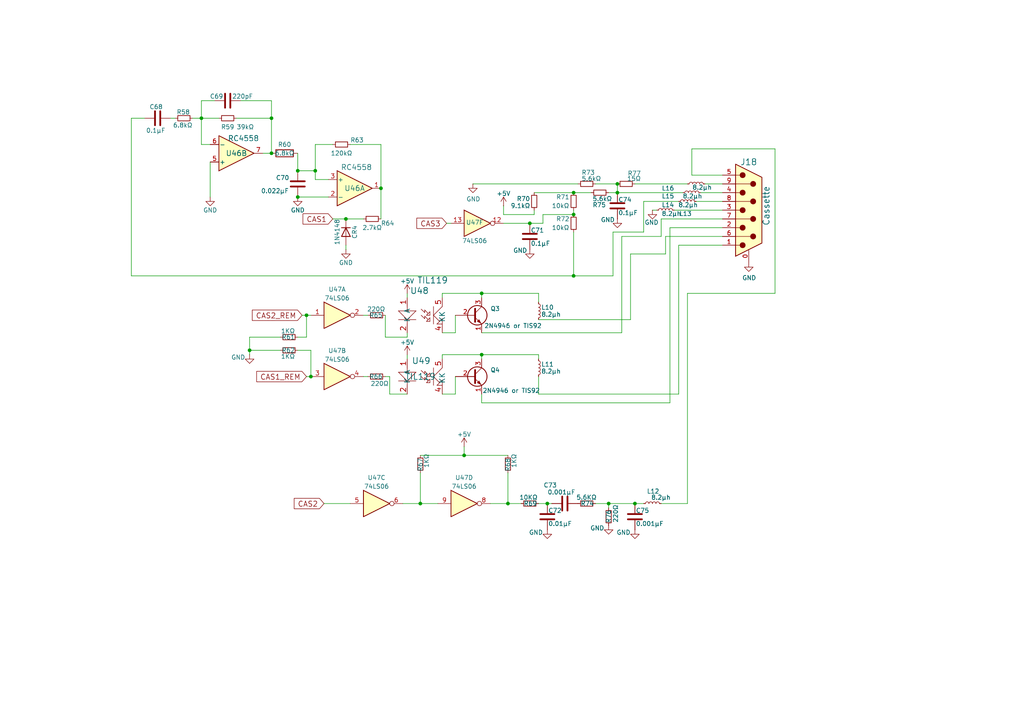
<source format=kicad_sch>
(kicad_sch
	(version 20231120)
	(generator "eeschema")
	(generator_version "8.0")
	(uuid "2fa005f0-c35b-4e9b-873d-c0fad9fc6354")
	(paper "A4")
	(title_block
		(title "TI-99/22")
		(date "2023-01-21")
		(rev "0.96")
		(company "Dan Werner - https://github.com/danwerner21/ti99_22")
		(comment 1 "Schematic for Keyboard, Joystick and Cassette port.")
		(comment 3 "was based on the HackMac KiCAD Design")
		(comment 4 "Based Robert Krenicki's design which")
		(comment 5 "Original - https://github.com/rkrenicki/TI99-Motherboard")
	)
	(lib_symbols
		(symbol "74xx:74LS06"
			(pin_names
				(offset 1.016)
			)
			(exclude_from_sim no)
			(in_bom yes)
			(on_board yes)
			(property "Reference" "U"
				(at 0 1.27 0)
				(effects
					(font
						(size 1.27 1.27)
					)
				)
			)
			(property "Value" "74LS06"
				(at 0 -1.27 0)
				(effects
					(font
						(size 1.27 1.27)
					)
				)
			)
			(property "Footprint" ""
				(at 0 0 0)
				(effects
					(font
						(size 1.27 1.27)
					)
					(hide yes)
				)
			)
			(property "Datasheet" "http://www.ti.com/lit/gpn/sn74LS06"
				(at 0 0 0)
				(effects
					(font
						(size 1.27 1.27)
					)
					(hide yes)
				)
			)
			(property "Description" "Inverter Open Collect"
				(at 0 0 0)
				(effects
					(font
						(size 1.27 1.27)
					)
					(hide yes)
				)
			)
			(property "ki_locked" ""
				(at 0 0 0)
				(effects
					(font
						(size 1.27 1.27)
					)
				)
			)
			(property "ki_keywords" "TTL not inv OpenCol"
				(at 0 0 0)
				(effects
					(font
						(size 1.27 1.27)
					)
					(hide yes)
				)
			)
			(property "ki_fp_filters" "DIP*W7.62mm*"
				(at 0 0 0)
				(effects
					(font
						(size 1.27 1.27)
					)
					(hide yes)
				)
			)
			(symbol "74LS06_1_0"
				(polyline
					(pts
						(xy -3.81 3.81) (xy -3.81 -3.81) (xy 3.81 0) (xy -3.81 3.81)
					)
					(stroke
						(width 0.254)
						(type default)
					)
					(fill
						(type background)
					)
				)
				(pin input line
					(at -7.62 0 0)
					(length 3.81)
					(name "~"
						(effects
							(font
								(size 1.27 1.27)
							)
						)
					)
					(number "1"
						(effects
							(font
								(size 1.27 1.27)
							)
						)
					)
				)
				(pin open_collector inverted
					(at 7.62 0 180)
					(length 3.81)
					(name "~"
						(effects
							(font
								(size 1.27 1.27)
							)
						)
					)
					(number "2"
						(effects
							(font
								(size 1.27 1.27)
							)
						)
					)
				)
			)
			(symbol "74LS06_2_0"
				(polyline
					(pts
						(xy -3.81 3.81) (xy -3.81 -3.81) (xy 3.81 0) (xy -3.81 3.81)
					)
					(stroke
						(width 0.254)
						(type default)
					)
					(fill
						(type background)
					)
				)
				(pin input line
					(at -7.62 0 0)
					(length 3.81)
					(name "~"
						(effects
							(font
								(size 1.27 1.27)
							)
						)
					)
					(number "3"
						(effects
							(font
								(size 1.27 1.27)
							)
						)
					)
				)
				(pin open_collector inverted
					(at 7.62 0 180)
					(length 3.81)
					(name "~"
						(effects
							(font
								(size 1.27 1.27)
							)
						)
					)
					(number "4"
						(effects
							(font
								(size 1.27 1.27)
							)
						)
					)
				)
			)
			(symbol "74LS06_3_0"
				(polyline
					(pts
						(xy -3.81 3.81) (xy -3.81 -3.81) (xy 3.81 0) (xy -3.81 3.81)
					)
					(stroke
						(width 0.254)
						(type default)
					)
					(fill
						(type background)
					)
				)
				(pin input line
					(at -7.62 0 0)
					(length 3.81)
					(name "~"
						(effects
							(font
								(size 1.27 1.27)
							)
						)
					)
					(number "5"
						(effects
							(font
								(size 1.27 1.27)
							)
						)
					)
				)
				(pin open_collector inverted
					(at 7.62 0 180)
					(length 3.81)
					(name "~"
						(effects
							(font
								(size 1.27 1.27)
							)
						)
					)
					(number "6"
						(effects
							(font
								(size 1.27 1.27)
							)
						)
					)
				)
			)
			(symbol "74LS06_4_0"
				(polyline
					(pts
						(xy -3.81 3.81) (xy -3.81 -3.81) (xy 3.81 0) (xy -3.81 3.81)
					)
					(stroke
						(width 0.254)
						(type default)
					)
					(fill
						(type background)
					)
				)
				(pin open_collector inverted
					(at 7.62 0 180)
					(length 3.81)
					(name "~"
						(effects
							(font
								(size 1.27 1.27)
							)
						)
					)
					(number "8"
						(effects
							(font
								(size 1.27 1.27)
							)
						)
					)
				)
				(pin input line
					(at -7.62 0 0)
					(length 3.81)
					(name "~"
						(effects
							(font
								(size 1.27 1.27)
							)
						)
					)
					(number "9"
						(effects
							(font
								(size 1.27 1.27)
							)
						)
					)
				)
			)
			(symbol "74LS06_5_0"
				(polyline
					(pts
						(xy -3.81 3.81) (xy -3.81 -3.81) (xy 3.81 0) (xy -3.81 3.81)
					)
					(stroke
						(width 0.254)
						(type default)
					)
					(fill
						(type background)
					)
				)
				(pin open_collector inverted
					(at 7.62 0 180)
					(length 3.81)
					(name "~"
						(effects
							(font
								(size 1.27 1.27)
							)
						)
					)
					(number "10"
						(effects
							(font
								(size 1.27 1.27)
							)
						)
					)
				)
				(pin input line
					(at -7.62 0 0)
					(length 3.81)
					(name "~"
						(effects
							(font
								(size 1.27 1.27)
							)
						)
					)
					(number "11"
						(effects
							(font
								(size 1.27 1.27)
							)
						)
					)
				)
			)
			(symbol "74LS06_6_0"
				(polyline
					(pts
						(xy -3.81 3.81) (xy -3.81 -3.81) (xy 3.81 0) (xy -3.81 3.81)
					)
					(stroke
						(width 0.254)
						(type default)
					)
					(fill
						(type background)
					)
				)
				(pin open_collector inverted
					(at 7.62 0 180)
					(length 3.81)
					(name "~"
						(effects
							(font
								(size 1.27 1.27)
							)
						)
					)
					(number "12"
						(effects
							(font
								(size 1.27 1.27)
							)
						)
					)
				)
				(pin input line
					(at -7.62 0 0)
					(length 3.81)
					(name "~"
						(effects
							(font
								(size 1.27 1.27)
							)
						)
					)
					(number "13"
						(effects
							(font
								(size 1.27 1.27)
							)
						)
					)
				)
			)
			(symbol "74LS06_7_0"
				(pin power_in line
					(at 0 12.7 270)
					(length 5.08)
					(name "VCC"
						(effects
							(font
								(size 1.27 1.27)
							)
						)
					)
					(number "14"
						(effects
							(font
								(size 1.27 1.27)
							)
						)
					)
				)
				(pin power_in line
					(at 0 -12.7 90)
					(length 5.08)
					(name "GND"
						(effects
							(font
								(size 1.27 1.27)
							)
						)
					)
					(number "7"
						(effects
							(font
								(size 1.27 1.27)
							)
						)
					)
				)
			)
			(symbol "74LS06_7_1"
				(rectangle
					(start -5.08 7.62)
					(end 5.08 -7.62)
					(stroke
						(width 0.254)
						(type default)
					)
					(fill
						(type background)
					)
				)
			)
		)
		(symbol "Amplifier_Operational:RC4558"
			(pin_names
				(offset 0.127)
			)
			(exclude_from_sim no)
			(in_bom yes)
			(on_board yes)
			(property "Reference" "U"
				(at 0 5.08 0)
				(effects
					(font
						(size 1.27 1.27)
					)
					(justify left)
				)
			)
			(property "Value" "RC4558"
				(at 0 -5.08 0)
				(effects
					(font
						(size 1.27 1.27)
					)
					(justify left)
				)
			)
			(property "Footprint" ""
				(at 0 0 0)
				(effects
					(font
						(size 1.27 1.27)
					)
					(hide yes)
				)
			)
			(property "Datasheet" "http://www.ti.com/lit/ds/symlink/rc4558.pdf"
				(at 0 0 0)
				(effects
					(font
						(size 1.27 1.27)
					)
					(hide yes)
				)
			)
			(property "Description" "Dual General Purpose, Operational Amplifier, DIP-8/SOIC-8/SSOP-8"
				(at 0 0 0)
				(effects
					(font
						(size 1.27 1.27)
					)
					(hide yes)
				)
			)
			(property "ki_locked" ""
				(at 0 0 0)
				(effects
					(font
						(size 1.27 1.27)
					)
				)
			)
			(property "ki_keywords" "dual opamp"
				(at 0 0 0)
				(effects
					(font
						(size 1.27 1.27)
					)
					(hide yes)
				)
			)
			(property "ki_fp_filters" "SOIC*3.9x4.9mm*P1.27mm* DIP*W7.62mm* TO*99* OnSemi*Micro8* TSSOP*3x3mm*P0.65mm* TSSOP*4.4x3mm*P0.65mm* MSOP*3x3mm*P0.65mm* SSOP*3.9x4.9mm*P0.635mm* LFCSP*2x2mm*P0.5mm* *SIP* SOIC*5.3x6.2mm*P1.27mm*"
				(at 0 0 0)
				(effects
					(font
						(size 1.27 1.27)
					)
					(hide yes)
				)
			)
			(symbol "RC4558_1_1"
				(polyline
					(pts
						(xy -5.08 5.08) (xy 5.08 0) (xy -5.08 -5.08) (xy -5.08 5.08)
					)
					(stroke
						(width 0.254)
						(type default)
					)
					(fill
						(type background)
					)
				)
				(pin output line
					(at 7.62 0 180)
					(length 2.54)
					(name "~"
						(effects
							(font
								(size 1.27 1.27)
							)
						)
					)
					(number "1"
						(effects
							(font
								(size 1.27 1.27)
							)
						)
					)
				)
				(pin input line
					(at -7.62 -2.54 0)
					(length 2.54)
					(name "-"
						(effects
							(font
								(size 1.27 1.27)
							)
						)
					)
					(number "2"
						(effects
							(font
								(size 1.27 1.27)
							)
						)
					)
				)
				(pin input line
					(at -7.62 2.54 0)
					(length 2.54)
					(name "+"
						(effects
							(font
								(size 1.27 1.27)
							)
						)
					)
					(number "3"
						(effects
							(font
								(size 1.27 1.27)
							)
						)
					)
				)
			)
			(symbol "RC4558_2_1"
				(polyline
					(pts
						(xy -5.08 5.08) (xy 5.08 0) (xy -5.08 -5.08) (xy -5.08 5.08)
					)
					(stroke
						(width 0.254)
						(type default)
					)
					(fill
						(type background)
					)
				)
				(pin input line
					(at -7.62 2.54 0)
					(length 2.54)
					(name "+"
						(effects
							(font
								(size 1.27 1.27)
							)
						)
					)
					(number "5"
						(effects
							(font
								(size 1.27 1.27)
							)
						)
					)
				)
				(pin input line
					(at -7.62 -2.54 0)
					(length 2.54)
					(name "-"
						(effects
							(font
								(size 1.27 1.27)
							)
						)
					)
					(number "6"
						(effects
							(font
								(size 1.27 1.27)
							)
						)
					)
				)
				(pin output line
					(at 7.62 0 180)
					(length 2.54)
					(name "~"
						(effects
							(font
								(size 1.27 1.27)
							)
						)
					)
					(number "7"
						(effects
							(font
								(size 1.27 1.27)
							)
						)
					)
				)
			)
			(symbol "RC4558_3_1"
				(pin power_in line
					(at -2.54 -7.62 90)
					(length 3.81)
					(name "V-"
						(effects
							(font
								(size 1.27 1.27)
							)
						)
					)
					(number "4"
						(effects
							(font
								(size 1.27 1.27)
							)
						)
					)
				)
				(pin power_in line
					(at -2.54 7.62 270)
					(length 3.81)
					(name "V+"
						(effects
							(font
								(size 1.27 1.27)
							)
						)
					)
					(number "8"
						(effects
							(font
								(size 1.27 1.27)
							)
						)
					)
				)
			)
		)
		(symbol "Connector:DE9_Plug_MountingHoles"
			(pin_names
				(offset 1.016) hide)
			(exclude_from_sim no)
			(in_bom yes)
			(on_board yes)
			(property "Reference" "J"
				(at 0 16.51 0)
				(effects
					(font
						(size 1.27 1.27)
					)
				)
			)
			(property "Value" "DE9_Plug_MountingHoles"
				(at 0 14.605 0)
				(effects
					(font
						(size 1.27 1.27)
					)
				)
			)
			(property "Footprint" ""
				(at 0 0 0)
				(effects
					(font
						(size 1.27 1.27)
					)
					(hide yes)
				)
			)
			(property "Datasheet" "~"
				(at 0 0 0)
				(effects
					(font
						(size 1.27 1.27)
					)
					(hide yes)
				)
			)
			(property "Description" "9-pin male plug pin D-SUB connector, Mounting Hole"
				(at 0 0 0)
				(effects
					(font
						(size 1.27 1.27)
					)
					(hide yes)
				)
			)
			(property "ki_keywords" "connector plug male D-SUB DB9"
				(at 0 0 0)
				(effects
					(font
						(size 1.27 1.27)
					)
					(hide yes)
				)
			)
			(property "ki_fp_filters" "DSUB*Male*"
				(at 0 0 0)
				(effects
					(font
						(size 1.27 1.27)
					)
					(hide yes)
				)
			)
			(symbol "DE9_Plug_MountingHoles_0_1"
				(circle
					(center -1.778 -10.16)
					(radius 0.762)
					(stroke
						(width 0)
						(type default)
					)
					(fill
						(type outline)
					)
				)
				(circle
					(center -1.778 -5.08)
					(radius 0.762)
					(stroke
						(width 0)
						(type default)
					)
					(fill
						(type outline)
					)
				)
				(circle
					(center -1.778 0)
					(radius 0.762)
					(stroke
						(width 0)
						(type default)
					)
					(fill
						(type outline)
					)
				)
				(circle
					(center -1.778 5.08)
					(radius 0.762)
					(stroke
						(width 0)
						(type default)
					)
					(fill
						(type outline)
					)
				)
				(circle
					(center -1.778 10.16)
					(radius 0.762)
					(stroke
						(width 0)
						(type default)
					)
					(fill
						(type outline)
					)
				)
				(polyline
					(pts
						(xy -3.81 -10.16) (xy -2.54 -10.16)
					)
					(stroke
						(width 0)
						(type default)
					)
					(fill
						(type none)
					)
				)
				(polyline
					(pts
						(xy -3.81 -7.62) (xy 0.508 -7.62)
					)
					(stroke
						(width 0)
						(type default)
					)
					(fill
						(type none)
					)
				)
				(polyline
					(pts
						(xy -3.81 -5.08) (xy -2.54 -5.08)
					)
					(stroke
						(width 0)
						(type default)
					)
					(fill
						(type none)
					)
				)
				(polyline
					(pts
						(xy -3.81 -2.54) (xy 0.508 -2.54)
					)
					(stroke
						(width 0)
						(type default)
					)
					(fill
						(type none)
					)
				)
				(polyline
					(pts
						(xy -3.81 0) (xy -2.54 0)
					)
					(stroke
						(width 0)
						(type default)
					)
					(fill
						(type none)
					)
				)
				(polyline
					(pts
						(xy -3.81 2.54) (xy 0.508 2.54)
					)
					(stroke
						(width 0)
						(type default)
					)
					(fill
						(type none)
					)
				)
				(polyline
					(pts
						(xy -3.81 5.08) (xy -2.54 5.08)
					)
					(stroke
						(width 0)
						(type default)
					)
					(fill
						(type none)
					)
				)
				(polyline
					(pts
						(xy -3.81 7.62) (xy 0.508 7.62)
					)
					(stroke
						(width 0)
						(type default)
					)
					(fill
						(type none)
					)
				)
				(polyline
					(pts
						(xy -3.81 10.16) (xy -2.54 10.16)
					)
					(stroke
						(width 0)
						(type default)
					)
					(fill
						(type none)
					)
				)
				(polyline
					(pts
						(xy -3.81 -13.335) (xy -3.81 13.335) (xy 3.81 9.525) (xy 3.81 -9.525) (xy -3.81 -13.335)
					)
					(stroke
						(width 0.254)
						(type default)
					)
					(fill
						(type background)
					)
				)
				(circle
					(center 1.27 -7.62)
					(radius 0.762)
					(stroke
						(width 0)
						(type default)
					)
					(fill
						(type outline)
					)
				)
				(circle
					(center 1.27 -2.54)
					(radius 0.762)
					(stroke
						(width 0)
						(type default)
					)
					(fill
						(type outline)
					)
				)
				(circle
					(center 1.27 2.54)
					(radius 0.762)
					(stroke
						(width 0)
						(type default)
					)
					(fill
						(type outline)
					)
				)
				(circle
					(center 1.27 7.62)
					(radius 0.762)
					(stroke
						(width 0)
						(type default)
					)
					(fill
						(type outline)
					)
				)
			)
			(symbol "DE9_Plug_MountingHoles_1_1"
				(pin passive line
					(at 0 -15.24 90)
					(length 3.81)
					(name "PAD"
						(effects
							(font
								(size 1.27 1.27)
							)
						)
					)
					(number "0"
						(effects
							(font
								(size 1.27 1.27)
							)
						)
					)
				)
				(pin passive line
					(at -7.62 -10.16 0)
					(length 3.81)
					(name "1"
						(effects
							(font
								(size 1.27 1.27)
							)
						)
					)
					(number "1"
						(effects
							(font
								(size 1.27 1.27)
							)
						)
					)
				)
				(pin passive line
					(at -7.62 -5.08 0)
					(length 3.81)
					(name "2"
						(effects
							(font
								(size 1.27 1.27)
							)
						)
					)
					(number "2"
						(effects
							(font
								(size 1.27 1.27)
							)
						)
					)
				)
				(pin passive line
					(at -7.62 0 0)
					(length 3.81)
					(name "3"
						(effects
							(font
								(size 1.27 1.27)
							)
						)
					)
					(number "3"
						(effects
							(font
								(size 1.27 1.27)
							)
						)
					)
				)
				(pin passive line
					(at -7.62 5.08 0)
					(length 3.81)
					(name "4"
						(effects
							(font
								(size 1.27 1.27)
							)
						)
					)
					(number "4"
						(effects
							(font
								(size 1.27 1.27)
							)
						)
					)
				)
				(pin passive line
					(at -7.62 10.16 0)
					(length 3.81)
					(name "5"
						(effects
							(font
								(size 1.27 1.27)
							)
						)
					)
					(number "5"
						(effects
							(font
								(size 1.27 1.27)
							)
						)
					)
				)
				(pin passive line
					(at -7.62 -7.62 0)
					(length 3.81)
					(name "6"
						(effects
							(font
								(size 1.27 1.27)
							)
						)
					)
					(number "6"
						(effects
							(font
								(size 1.27 1.27)
							)
						)
					)
				)
				(pin passive line
					(at -7.62 -2.54 0)
					(length 3.81)
					(name "7"
						(effects
							(font
								(size 1.27 1.27)
							)
						)
					)
					(number "7"
						(effects
							(font
								(size 1.27 1.27)
							)
						)
					)
				)
				(pin passive line
					(at -7.62 2.54 0)
					(length 3.81)
					(name "8"
						(effects
							(font
								(size 1.27 1.27)
							)
						)
					)
					(number "8"
						(effects
							(font
								(size 1.27 1.27)
							)
						)
					)
				)
				(pin passive line
					(at -7.62 7.62 0)
					(length 3.81)
					(name "9"
						(effects
							(font
								(size 1.27 1.27)
							)
						)
					)
					(number "9"
						(effects
							(font
								(size 1.27 1.27)
							)
						)
					)
				)
			)
		)
		(symbol "Custom:TIL119"
			(exclude_from_sim no)
			(in_bom yes)
			(on_board yes)
			(property "Reference" "U"
				(at 0 0 0)
				(effects
					(font
						(size 1.27 1.27)
					)
				)
			)
			(property "Value" ""
				(at 0 0 0)
				(effects
					(font
						(size 1.27 1.27)
					)
				)
			)
			(property "Footprint" ""
				(at 0 0 0)
				(effects
					(font
						(size 1.27 1.27)
					)
					(hide yes)
				)
			)
			(property "Datasheet" ""
				(at 0 0 0)
				(effects
					(font
						(size 1.27 1.27)
					)
					(hide yes)
				)
			)
			(property "Description" ""
				(at 0 0 0)
				(effects
					(font
						(size 1.27 1.27)
					)
					(hide yes)
				)
			)
			(symbol "TIL119_0_1"
				(polyline
					(pts
						(xy -6.35 -1.27) (xy -1.27 -1.27)
					)
					(stroke
						(width 0)
						(type default)
					)
					(fill
						(type none)
					)
				)
				(polyline
					(pts
						(xy -3.81 -5.08) (xy -3.81 -3.81)
					)
					(stroke
						(width 0)
						(type default)
					)
					(fill
						(type none)
					)
				)
				(polyline
					(pts
						(xy -3.81 -3.81) (xy -6.35 -1.27)
					)
					(stroke
						(width 0)
						(type default)
					)
					(fill
						(type none)
					)
				)
				(polyline
					(pts
						(xy -3.81 0) (xy -3.81 -1.27)
					)
					(stroke
						(width 0)
						(type default)
					)
					(fill
						(type none)
					)
				)
				(polyline
					(pts
						(xy -1.27 -3.81) (xy -6.35 -3.81)
					)
					(stroke
						(width 0)
						(type default)
					)
					(fill
						(type none)
					)
				)
				(polyline
					(pts
						(xy -1.27 -1.27) (xy -3.81 -3.81)
					)
					(stroke
						(width 0)
						(type default)
					)
					(fill
						(type none)
					)
				)
				(polyline
					(pts
						(xy 1.27 -3.5306) (xy 0.2286 -2.54)
					)
					(stroke
						(width 0)
						(type default)
					)
					(fill
						(type none)
					)
				)
				(polyline
					(pts
						(xy 1.27 -2.794) (xy 1.27 -3.5306)
					)
					(stroke
						(width 0)
						(type default)
					)
					(fill
						(type none)
					)
				)
				(polyline
					(pts
						(xy 1.27 -1.7526) (xy 0.2286 -0.762)
					)
					(stroke
						(width 0)
						(type default)
					)
					(fill
						(type none)
					)
				)
				(polyline
					(pts
						(xy 1.27 -1.016) (xy 1.27 -1.7526)
					)
					(stroke
						(width 0)
						(type default)
					)
					(fill
						(type none)
					)
				)
				(polyline
					(pts
						(xy 1.778 -4.318) (xy 2.7686 -3.2766)
					)
					(stroke
						(width 0)
						(type default)
					)
					(fill
						(type none)
					)
				)
				(polyline
					(pts
						(xy 1.778 -2.54) (xy 2.7686 -1.524)
					)
					(stroke
						(width 0)
						(type default)
					)
					(fill
						(type none)
					)
				)
				(polyline
					(pts
						(xy 2.286 -3.81) (xy 1.27 -2.794)
					)
					(stroke
						(width 0)
						(type default)
					)
					(fill
						(type none)
					)
				)
				(polyline
					(pts
						(xy 2.286 -2.032) (xy 1.27 -1.016)
					)
					(stroke
						(width 0)
						(type default)
					)
					(fill
						(type none)
					)
				)
				(polyline
					(pts
						(xy 2.7686 -4.318) (xy 1.778 -4.318)
					)
					(stroke
						(width 0)
						(type default)
					)
					(fill
						(type none)
					)
				)
				(polyline
					(pts
						(xy 2.7686 -3.2766) (xy 2.7686 -4.318)
					)
					(stroke
						(width 0)
						(type default)
					)
					(fill
						(type none)
					)
				)
				(polyline
					(pts
						(xy 2.7686 -2.54) (xy 1.778 -2.54)
					)
					(stroke
						(width 0)
						(type default)
					)
					(fill
						(type none)
					)
				)
				(polyline
					(pts
						(xy 2.7686 -1.524) (xy 2.7686 -2.54)
					)
					(stroke
						(width 0)
						(type default)
					)
					(fill
						(type none)
					)
				)
				(polyline
					(pts
						(xy 3.81 -2.54) (xy 6.35 0)
					)
					(stroke
						(width 0)
						(type default)
					)
					(fill
						(type none)
					)
				)
				(polyline
					(pts
						(xy 3.81 0) (xy 3.81 -5.08)
					)
					(stroke
						(width 0)
						(type default)
					)
					(fill
						(type none)
					)
				)
				(polyline
					(pts
						(xy 4.826 -5.08) (xy 6.35 -5.08)
					)
					(stroke
						(width 0)
						(type default)
					)
					(fill
						(type none)
					)
				)
				(polyline
					(pts
						(xy 5.5626 -4.318) (xy 3.81 -2.54)
					)
					(stroke
						(width 0)
						(type default)
					)
					(fill
						(type none)
					)
				)
				(polyline
					(pts
						(xy 6.35 -5.08) (xy 6.35 -3.5306)
					)
					(stroke
						(width 0)
						(type default)
					)
					(fill
						(type none)
					)
				)
				(polyline
					(pts
						(xy 6.35 -3.5306) (xy 4.826 -5.08)
					)
					(stroke
						(width 0)
						(type default)
					)
					(fill
						(type none)
					)
				)
			)
			(symbol "TIL119_1_1"
				(pin passive line
					(at -3.81 2.54 270)
					(length 2.54)
					(name "A"
						(effects
							(font
								(size 1.524 1.524)
							)
						)
					)
					(number "1"
						(effects
							(font
								(size 1.524 1.524)
							)
						)
					)
				)
				(pin passive line
					(at -3.81 -7.62 90)
					(length 2.54)
					(name "K"
						(effects
							(font
								(size 1.524 1.524)
							)
						)
					)
					(number "2"
						(effects
							(font
								(size 1.524 1.524)
							)
						)
					)
				)
				(pin passive line
					(at 6.35 -7.62 90)
					(length 2.54)
					(name "KK"
						(effects
							(font
								(size 1.524 1.524)
							)
						)
					)
					(number "4"
						(effects
							(font
								(size 1.524 1.524)
							)
						)
					)
				)
				(pin passive line
					(at 6.35 2.54 270)
					(length 2.54)
					(name "~"
						(effects
							(font
								(size 1.524 1.524)
							)
						)
					)
					(number "5"
						(effects
							(font
								(size 1.524 1.524)
							)
						)
					)
				)
			)
		)
		(symbol "Device:C"
			(pin_numbers hide)
			(pin_names
				(offset 0.254)
			)
			(exclude_from_sim no)
			(in_bom yes)
			(on_board yes)
			(property "Reference" "C"
				(at 0.635 2.54 0)
				(effects
					(font
						(size 1.27 1.27)
					)
					(justify left)
				)
			)
			(property "Value" "C"
				(at 0.635 -2.54 0)
				(effects
					(font
						(size 1.27 1.27)
					)
					(justify left)
				)
			)
			(property "Footprint" ""
				(at 0.9652 -3.81 0)
				(effects
					(font
						(size 1.27 1.27)
					)
					(hide yes)
				)
			)
			(property "Datasheet" "~"
				(at 0 0 0)
				(effects
					(font
						(size 1.27 1.27)
					)
					(hide yes)
				)
			)
			(property "Description" "Unpolarized capacitor"
				(at 0 0 0)
				(effects
					(font
						(size 1.27 1.27)
					)
					(hide yes)
				)
			)
			(property "ki_keywords" "cap capacitor"
				(at 0 0 0)
				(effects
					(font
						(size 1.27 1.27)
					)
					(hide yes)
				)
			)
			(property "ki_fp_filters" "C_*"
				(at 0 0 0)
				(effects
					(font
						(size 1.27 1.27)
					)
					(hide yes)
				)
			)
			(symbol "C_0_1"
				(polyline
					(pts
						(xy -2.032 -0.762) (xy 2.032 -0.762)
					)
					(stroke
						(width 0.508)
						(type default)
					)
					(fill
						(type none)
					)
				)
				(polyline
					(pts
						(xy -2.032 0.762) (xy 2.032 0.762)
					)
					(stroke
						(width 0.508)
						(type default)
					)
					(fill
						(type none)
					)
				)
			)
			(symbol "C_1_1"
				(pin passive line
					(at 0 3.81 270)
					(length 2.794)
					(name "~"
						(effects
							(font
								(size 1.27 1.27)
							)
						)
					)
					(number "1"
						(effects
							(font
								(size 1.27 1.27)
							)
						)
					)
				)
				(pin passive line
					(at 0 -3.81 90)
					(length 2.794)
					(name "~"
						(effects
							(font
								(size 1.27 1.27)
							)
						)
					)
					(number "2"
						(effects
							(font
								(size 1.27 1.27)
							)
						)
					)
				)
			)
		)
		(symbol "Device:D"
			(pin_numbers hide)
			(pin_names
				(offset 1.016) hide)
			(exclude_from_sim no)
			(in_bom yes)
			(on_board yes)
			(property "Reference" "D"
				(at 0 2.54 0)
				(effects
					(font
						(size 1.27 1.27)
					)
				)
			)
			(property "Value" "D"
				(at 0 -2.54 0)
				(effects
					(font
						(size 1.27 1.27)
					)
				)
			)
			(property "Footprint" ""
				(at 0 0 0)
				(effects
					(font
						(size 1.27 1.27)
					)
					(hide yes)
				)
			)
			(property "Datasheet" "~"
				(at 0 0 0)
				(effects
					(font
						(size 1.27 1.27)
					)
					(hide yes)
				)
			)
			(property "Description" "Diode"
				(at 0 0 0)
				(effects
					(font
						(size 1.27 1.27)
					)
					(hide yes)
				)
			)
			(property "Sim.Device" "D"
				(at 0 0 0)
				(effects
					(font
						(size 1.27 1.27)
					)
					(hide yes)
				)
			)
			(property "Sim.Pins" "1=K 2=A"
				(at 0 0 0)
				(effects
					(font
						(size 1.27 1.27)
					)
					(hide yes)
				)
			)
			(property "ki_keywords" "diode"
				(at 0 0 0)
				(effects
					(font
						(size 1.27 1.27)
					)
					(hide yes)
				)
			)
			(property "ki_fp_filters" "TO-???* *_Diode_* *SingleDiode* D_*"
				(at 0 0 0)
				(effects
					(font
						(size 1.27 1.27)
					)
					(hide yes)
				)
			)
			(symbol "D_0_1"
				(polyline
					(pts
						(xy -1.27 1.27) (xy -1.27 -1.27)
					)
					(stroke
						(width 0.254)
						(type default)
					)
					(fill
						(type none)
					)
				)
				(polyline
					(pts
						(xy 1.27 0) (xy -1.27 0)
					)
					(stroke
						(width 0)
						(type default)
					)
					(fill
						(type none)
					)
				)
				(polyline
					(pts
						(xy 1.27 1.27) (xy 1.27 -1.27) (xy -1.27 0) (xy 1.27 1.27)
					)
					(stroke
						(width 0.254)
						(type default)
					)
					(fill
						(type none)
					)
				)
			)
			(symbol "D_1_1"
				(pin passive line
					(at -3.81 0 0)
					(length 2.54)
					(name "K"
						(effects
							(font
								(size 1.27 1.27)
							)
						)
					)
					(number "1"
						(effects
							(font
								(size 1.27 1.27)
							)
						)
					)
				)
				(pin passive line
					(at 3.81 0 180)
					(length 2.54)
					(name "A"
						(effects
							(font
								(size 1.27 1.27)
							)
						)
					)
					(number "2"
						(effects
							(font
								(size 1.27 1.27)
							)
						)
					)
				)
			)
		)
		(symbol "Device:L_Small"
			(pin_numbers hide)
			(pin_names
				(offset 0.254) hide)
			(exclude_from_sim no)
			(in_bom yes)
			(on_board yes)
			(property "Reference" "L"
				(at 0.762 1.016 0)
				(effects
					(font
						(size 1.27 1.27)
					)
					(justify left)
				)
			)
			(property "Value" "L_Small"
				(at 0.762 -1.016 0)
				(effects
					(font
						(size 1.27 1.27)
					)
					(justify left)
				)
			)
			(property "Footprint" ""
				(at 0 0 0)
				(effects
					(font
						(size 1.27 1.27)
					)
					(hide yes)
				)
			)
			(property "Datasheet" "~"
				(at 0 0 0)
				(effects
					(font
						(size 1.27 1.27)
					)
					(hide yes)
				)
			)
			(property "Description" "Inductor, small symbol"
				(at 0 0 0)
				(effects
					(font
						(size 1.27 1.27)
					)
					(hide yes)
				)
			)
			(property "ki_keywords" "inductor choke coil reactor magnetic"
				(at 0 0 0)
				(effects
					(font
						(size 1.27 1.27)
					)
					(hide yes)
				)
			)
			(property "ki_fp_filters" "Choke_* *Coil* Inductor_* L_*"
				(at 0 0 0)
				(effects
					(font
						(size 1.27 1.27)
					)
					(hide yes)
				)
			)
			(symbol "L_Small_0_1"
				(arc
					(start 0 -2.032)
					(mid 0.5058 -1.524)
					(end 0 -1.016)
					(stroke
						(width 0)
						(type default)
					)
					(fill
						(type none)
					)
				)
				(arc
					(start 0 -1.016)
					(mid 0.5058 -0.508)
					(end 0 0)
					(stroke
						(width 0)
						(type default)
					)
					(fill
						(type none)
					)
				)
				(arc
					(start 0 0)
					(mid 0.5058 0.508)
					(end 0 1.016)
					(stroke
						(width 0)
						(type default)
					)
					(fill
						(type none)
					)
				)
				(arc
					(start 0 1.016)
					(mid 0.5058 1.524)
					(end 0 2.032)
					(stroke
						(width 0)
						(type default)
					)
					(fill
						(type none)
					)
				)
			)
			(symbol "L_Small_1_1"
				(pin passive line
					(at 0 2.54 270)
					(length 0.508)
					(name "~"
						(effects
							(font
								(size 1.27 1.27)
							)
						)
					)
					(number "1"
						(effects
							(font
								(size 1.27 1.27)
							)
						)
					)
				)
				(pin passive line
					(at 0 -2.54 90)
					(length 0.508)
					(name "~"
						(effects
							(font
								(size 1.27 1.27)
							)
						)
					)
					(number "2"
						(effects
							(font
								(size 1.27 1.27)
							)
						)
					)
				)
			)
		)
		(symbol "Device:Q_NPN_EBC"
			(pin_names
				(offset 0) hide)
			(exclude_from_sim no)
			(in_bom yes)
			(on_board yes)
			(property "Reference" "Q"
				(at 5.08 1.27 0)
				(effects
					(font
						(size 1.27 1.27)
					)
					(justify left)
				)
			)
			(property "Value" "Q_NPN_EBC"
				(at 5.08 -1.27 0)
				(effects
					(font
						(size 1.27 1.27)
					)
					(justify left)
				)
			)
			(property "Footprint" ""
				(at 5.08 2.54 0)
				(effects
					(font
						(size 1.27 1.27)
					)
					(hide yes)
				)
			)
			(property "Datasheet" "~"
				(at 0 0 0)
				(effects
					(font
						(size 1.27 1.27)
					)
					(hide yes)
				)
			)
			(property "Description" "NPN transistor, emitter/base/collector"
				(at 0 0 0)
				(effects
					(font
						(size 1.27 1.27)
					)
					(hide yes)
				)
			)
			(property "ki_keywords" "transistor NPN"
				(at 0 0 0)
				(effects
					(font
						(size 1.27 1.27)
					)
					(hide yes)
				)
			)
			(symbol "Q_NPN_EBC_0_1"
				(polyline
					(pts
						(xy 0.635 0.635) (xy 2.54 2.54)
					)
					(stroke
						(width 0)
						(type default)
					)
					(fill
						(type none)
					)
				)
				(polyline
					(pts
						(xy 0.635 -0.635) (xy 2.54 -2.54) (xy 2.54 -2.54)
					)
					(stroke
						(width 0)
						(type default)
					)
					(fill
						(type none)
					)
				)
				(polyline
					(pts
						(xy 0.635 1.905) (xy 0.635 -1.905) (xy 0.635 -1.905)
					)
					(stroke
						(width 0.508)
						(type default)
					)
					(fill
						(type none)
					)
				)
				(polyline
					(pts
						(xy 1.27 -1.778) (xy 1.778 -1.27) (xy 2.286 -2.286) (xy 1.27 -1.778) (xy 1.27 -1.778)
					)
					(stroke
						(width 0)
						(type default)
					)
					(fill
						(type outline)
					)
				)
				(circle
					(center 1.27 0)
					(radius 2.8194)
					(stroke
						(width 0.254)
						(type default)
					)
					(fill
						(type none)
					)
				)
			)
			(symbol "Q_NPN_EBC_1_1"
				(pin passive line
					(at 2.54 -5.08 90)
					(length 2.54)
					(name "E"
						(effects
							(font
								(size 1.27 1.27)
							)
						)
					)
					(number "1"
						(effects
							(font
								(size 1.27 1.27)
							)
						)
					)
				)
				(pin passive line
					(at -5.08 0 0)
					(length 5.715)
					(name "B"
						(effects
							(font
								(size 1.27 1.27)
							)
						)
					)
					(number "2"
						(effects
							(font
								(size 1.27 1.27)
							)
						)
					)
				)
				(pin passive line
					(at 2.54 5.08 270)
					(length 2.54)
					(name "C"
						(effects
							(font
								(size 1.27 1.27)
							)
						)
					)
					(number "3"
						(effects
							(font
								(size 1.27 1.27)
							)
						)
					)
				)
			)
		)
		(symbol "Device:R"
			(pin_numbers hide)
			(pin_names
				(offset 0)
			)
			(exclude_from_sim no)
			(in_bom yes)
			(on_board yes)
			(property "Reference" "R"
				(at 2.032 0 90)
				(effects
					(font
						(size 1.27 1.27)
					)
				)
			)
			(property "Value" "R"
				(at 0 0 90)
				(effects
					(font
						(size 1.27 1.27)
					)
				)
			)
			(property "Footprint" ""
				(at -1.778 0 90)
				(effects
					(font
						(size 1.27 1.27)
					)
					(hide yes)
				)
			)
			(property "Datasheet" "~"
				(at 0 0 0)
				(effects
					(font
						(size 1.27 1.27)
					)
					(hide yes)
				)
			)
			(property "Description" "Resistor"
				(at 0 0 0)
				(effects
					(font
						(size 1.27 1.27)
					)
					(hide yes)
				)
			)
			(property "ki_keywords" "R res resistor"
				(at 0 0 0)
				(effects
					(font
						(size 1.27 1.27)
					)
					(hide yes)
				)
			)
			(property "ki_fp_filters" "R_*"
				(at 0 0 0)
				(effects
					(font
						(size 1.27 1.27)
					)
					(hide yes)
				)
			)
			(symbol "R_0_1"
				(rectangle
					(start -1.016 -2.54)
					(end 1.016 2.54)
					(stroke
						(width 0.254)
						(type default)
					)
					(fill
						(type none)
					)
				)
			)
			(symbol "R_1_1"
				(pin passive line
					(at 0 3.81 270)
					(length 1.27)
					(name "~"
						(effects
							(font
								(size 1.27 1.27)
							)
						)
					)
					(number "1"
						(effects
							(font
								(size 1.27 1.27)
							)
						)
					)
				)
				(pin passive line
					(at 0 -3.81 90)
					(length 1.27)
					(name "~"
						(effects
							(font
								(size 1.27 1.27)
							)
						)
					)
					(number "2"
						(effects
							(font
								(size 1.27 1.27)
							)
						)
					)
				)
			)
		)
		(symbol "Device:R_Small"
			(pin_numbers hide)
			(pin_names
				(offset 0.254) hide)
			(exclude_from_sim no)
			(in_bom yes)
			(on_board yes)
			(property "Reference" "R"
				(at 0.762 0.508 0)
				(effects
					(font
						(size 1.27 1.27)
					)
					(justify left)
				)
			)
			(property "Value" "R_Small"
				(at 0.762 -1.016 0)
				(effects
					(font
						(size 1.27 1.27)
					)
					(justify left)
				)
			)
			(property "Footprint" ""
				(at 0 0 0)
				(effects
					(font
						(size 1.27 1.27)
					)
					(hide yes)
				)
			)
			(property "Datasheet" "~"
				(at 0 0 0)
				(effects
					(font
						(size 1.27 1.27)
					)
					(hide yes)
				)
			)
			(property "Description" "Resistor, small symbol"
				(at 0 0 0)
				(effects
					(font
						(size 1.27 1.27)
					)
					(hide yes)
				)
			)
			(property "ki_keywords" "R resistor"
				(at 0 0 0)
				(effects
					(font
						(size 1.27 1.27)
					)
					(hide yes)
				)
			)
			(property "ki_fp_filters" "R_*"
				(at 0 0 0)
				(effects
					(font
						(size 1.27 1.27)
					)
					(hide yes)
				)
			)
			(symbol "R_Small_0_1"
				(rectangle
					(start -0.762 1.778)
					(end 0.762 -1.778)
					(stroke
						(width 0.2032)
						(type default)
					)
					(fill
						(type none)
					)
				)
			)
			(symbol "R_Small_1_1"
				(pin passive line
					(at 0 2.54 270)
					(length 0.762)
					(name "~"
						(effects
							(font
								(size 1.27 1.27)
							)
						)
					)
					(number "1"
						(effects
							(font
								(size 1.27 1.27)
							)
						)
					)
				)
				(pin passive line
					(at 0 -2.54 90)
					(length 0.762)
					(name "~"
						(effects
							(font
								(size 1.27 1.27)
							)
						)
					)
					(number "2"
						(effects
							(font
								(size 1.27 1.27)
							)
						)
					)
				)
			)
		)
		(symbol "power:+5V"
			(power)
			(pin_numbers hide)
			(pin_names
				(offset 0) hide)
			(exclude_from_sim no)
			(in_bom yes)
			(on_board yes)
			(property "Reference" "#PWR"
				(at 0 -3.81 0)
				(effects
					(font
						(size 1.27 1.27)
					)
					(hide yes)
				)
			)
			(property "Value" "+5V"
				(at 0 3.556 0)
				(effects
					(font
						(size 1.27 1.27)
					)
				)
			)
			(property "Footprint" ""
				(at 0 0 0)
				(effects
					(font
						(size 1.27 1.27)
					)
					(hide yes)
				)
			)
			(property "Datasheet" ""
				(at 0 0 0)
				(effects
					(font
						(size 1.27 1.27)
					)
					(hide yes)
				)
			)
			(property "Description" "Power symbol creates a global label with name \"+5V\""
				(at 0 0 0)
				(effects
					(font
						(size 1.27 1.27)
					)
					(hide yes)
				)
			)
			(property "ki_keywords" "global power"
				(at 0 0 0)
				(effects
					(font
						(size 1.27 1.27)
					)
					(hide yes)
				)
			)
			(symbol "+5V_0_1"
				(polyline
					(pts
						(xy -0.762 1.27) (xy 0 2.54)
					)
					(stroke
						(width 0)
						(type default)
					)
					(fill
						(type none)
					)
				)
				(polyline
					(pts
						(xy 0 0) (xy 0 2.54)
					)
					(stroke
						(width 0)
						(type default)
					)
					(fill
						(type none)
					)
				)
				(polyline
					(pts
						(xy 0 2.54) (xy 0.762 1.27)
					)
					(stroke
						(width 0)
						(type default)
					)
					(fill
						(type none)
					)
				)
			)
			(symbol "+5V_1_1"
				(pin power_in line
					(at 0 0 90)
					(length 0)
					(name "~"
						(effects
							(font
								(size 1.27 1.27)
							)
						)
					)
					(number "1"
						(effects
							(font
								(size 1.27 1.27)
							)
						)
					)
				)
			)
		)
		(symbol "power:GND"
			(power)
			(pin_numbers hide)
			(pin_names
				(offset 0) hide)
			(exclude_from_sim no)
			(in_bom yes)
			(on_board yes)
			(property "Reference" "#PWR"
				(at 0 -6.35 0)
				(effects
					(font
						(size 1.27 1.27)
					)
					(hide yes)
				)
			)
			(property "Value" "GND"
				(at 0 -3.81 0)
				(effects
					(font
						(size 1.27 1.27)
					)
				)
			)
			(property "Footprint" ""
				(at 0 0 0)
				(effects
					(font
						(size 1.27 1.27)
					)
					(hide yes)
				)
			)
			(property "Datasheet" ""
				(at 0 0 0)
				(effects
					(font
						(size 1.27 1.27)
					)
					(hide yes)
				)
			)
			(property "Description" "Power symbol creates a global label with name \"GND\" , ground"
				(at 0 0 0)
				(effects
					(font
						(size 1.27 1.27)
					)
					(hide yes)
				)
			)
			(property "ki_keywords" "global power"
				(at 0 0 0)
				(effects
					(font
						(size 1.27 1.27)
					)
					(hide yes)
				)
			)
			(symbol "GND_0_1"
				(polyline
					(pts
						(xy 0 0) (xy 0 -1.27) (xy 1.27 -1.27) (xy 0 -2.54) (xy -1.27 -1.27) (xy 0 -1.27)
					)
					(stroke
						(width 0)
						(type default)
					)
					(fill
						(type none)
					)
				)
			)
			(symbol "GND_1_1"
				(pin power_in line
					(at 0 0 270)
					(length 0)
					(name "~"
						(effects
							(font
								(size 1.27 1.27)
							)
						)
					)
					(number "1"
						(effects
							(font
								(size 1.27 1.27)
							)
						)
					)
				)
			)
		)
	)
	(junction
		(at 110.49 54.61)
		(diameter 0)
		(color 0 0 0 0)
		(uuid "13fb4f53-ccf6-4dbe-90e0-3a38aec89472")
	)
	(junction
		(at 166.37 55.88)
		(diameter 0)
		(color 0 0 0 0)
		(uuid "32c62b36-24a2-4dc8-ae0e-45daca6fdcb7")
	)
	(junction
		(at 86.36 57.15)
		(diameter 0)
		(color 0 0 0 0)
		(uuid "3c00b98c-100d-4b71-bc58-3e1599965238")
	)
	(junction
		(at 139.7 102.87)
		(diameter 0)
		(color 0 0 0 0)
		(uuid "3d46b547-3ecf-4aaa-a85e-12e54c46b926")
	)
	(junction
		(at 86.36 49.53)
		(diameter 0)
		(color 0 0 0 0)
		(uuid "40dc1ce0-dc98-497f-80b6-aac2d22475b0")
	)
	(junction
		(at 78.74 44.45)
		(diameter 0)
		(color 0 0 0 0)
		(uuid "44f098bf-d396-4d2e-901f-021e2ebada34")
	)
	(junction
		(at 179.07 55.88)
		(diameter 0)
		(color 0 0 0 0)
		(uuid "4e7a7ae4-c2c7-4e1e-bcbe-432d0dc99501")
	)
	(junction
		(at 166.37 62.23)
		(diameter 0)
		(color 0 0 0 0)
		(uuid "637afe7c-6688-4945-91ef-91efe8ce1688")
	)
	(junction
		(at 153.67 64.77)
		(diameter 0)
		(color 0 0 0 0)
		(uuid "69c68981-c1b6-4d27-aa11-e5751577fcc0")
	)
	(junction
		(at 158.75 146.05)
		(diameter 0)
		(color 0 0 0 0)
		(uuid "7329ea48-0236-4416-83da-e0464ef2f145")
	)
	(junction
		(at 58.42 34.29)
		(diameter 0)
		(color 0 0 0 0)
		(uuid "755ab171-1717-40ad-a46f-7ef28e21d00a")
	)
	(junction
		(at 78.74 34.29)
		(diameter 0)
		(color 0 0 0 0)
		(uuid "77d08add-46bb-4cfc-931a-0a5197f30809")
	)
	(junction
		(at 176.53 146.05)
		(diameter 0)
		(color 0 0 0 0)
		(uuid "7d174d18-a427-4b1e-93df-43b115c0a889")
	)
	(junction
		(at 91.44 49.53)
		(diameter 0)
		(color 0 0 0 0)
		(uuid "86cb2d79-7ffa-44b6-9fdd-7edf445c340e")
	)
	(junction
		(at 100.33 63.5)
		(diameter 0)
		(color 0 0 0 0)
		(uuid "92121166-857c-405f-bbed-6bce20e8a2a3")
	)
	(junction
		(at 184.15 146.05)
		(diameter 0)
		(color 0 0 0 0)
		(uuid "92911313-b45a-4afb-908d-440d71213916")
	)
	(junction
		(at 139.7 85.09)
		(diameter 0)
		(color 0 0 0 0)
		(uuid "936c249b-da0f-4ea6-9c26-4acde0ae53b3")
	)
	(junction
		(at 147.32 146.05)
		(diameter 0)
		(color 0 0 0 0)
		(uuid "a0ba4556-8a16-48c9-be39-bca03e12618d")
	)
	(junction
		(at 179.07 53.34)
		(diameter 0)
		(color 0 0 0 0)
		(uuid "b00ffd2b-762e-4e68-80aa-db757f853f1c")
	)
	(junction
		(at 88.9 91.44)
		(diameter 0)
		(color 0 0 0 0)
		(uuid "bc4da68e-05bd-40ce-bfcd-b4e6fff62414")
	)
	(junction
		(at 166.37 80.01)
		(diameter 0)
		(color 0 0 0 0)
		(uuid "bfc58d95-c0bb-4f10-b309-6116b97311e6")
	)
	(junction
		(at 90.17 109.22)
		(diameter 0)
		(color 0 0 0 0)
		(uuid "cd8a373a-d560-4460-99e4-4bdf06217c66")
	)
	(junction
		(at 72.39 101.6)
		(diameter 0)
		(color 0 0 0 0)
		(uuid "cfba2968-ba9a-47a7-8b06-774f20fc35b7")
	)
	(junction
		(at 134.62 132.08)
		(diameter 0)
		(color 0 0 0 0)
		(uuid "d2d9fadd-bcff-4978-a4ae-904794096814")
	)
	(junction
		(at 121.92 146.05)
		(diameter 0)
		(color 0 0 0 0)
		(uuid "ee8e0fe7-670d-46ac-a692-7aa41d0d3201")
	)
	(wire
		(pts
			(xy 128.27 85.09) (xy 128.27 86.36)
		)
		(stroke
			(width 0)
			(type default)
		)
		(uuid "01f9e834-46c1-4620-b871-778f745272f3")
	)
	(wire
		(pts
			(xy 157.48 62.23) (xy 157.48 64.77)
		)
		(stroke
			(width 0)
			(type default)
		)
		(uuid "02d51263-2f34-4ac6-a078-da9cc9182cd4")
	)
	(wire
		(pts
			(xy 154.94 55.88) (xy 166.37 55.88)
		)
		(stroke
			(width 0)
			(type default)
		)
		(uuid "03273f6e-a9fa-4915-abd2-b1ef32c40f38")
	)
	(wire
		(pts
			(xy 156.21 102.87) (xy 139.7 102.87)
		)
		(stroke
			(width 0)
			(type default)
		)
		(uuid "042eaac2-06ce-41d2-bdcd-3084ac0b3eae")
	)
	(wire
		(pts
			(xy 111.76 91.44) (xy 111.76 97.79)
		)
		(stroke
			(width 0)
			(type default)
		)
		(uuid "0942f454-cf7c-4853-866f-0a72368b25f7")
	)
	(wire
		(pts
			(xy 118.11 97.79) (xy 111.76 97.79)
		)
		(stroke
			(width 0)
			(type default)
		)
		(uuid "0a9537aa-1378-4c1f-8d24-0fc3d1b42ac6")
	)
	(wire
		(pts
			(xy 166.37 60.96) (xy 166.37 62.23)
		)
		(stroke
			(width 0)
			(type default)
		)
		(uuid "0e78d2d9-414c-4bc0-8e8e-45e06711876a")
	)
	(wire
		(pts
			(xy 55.88 34.29) (xy 58.42 34.29)
		)
		(stroke
			(width 0)
			(type default)
		)
		(uuid "1228db5e-3aa1-488a-8fe2-b48a85cc1a7d")
	)
	(wire
		(pts
			(xy 132.08 109.22) (xy 132.08 114.3)
		)
		(stroke
			(width 0)
			(type default)
		)
		(uuid "12cf0b06-4079-4a96-aeab-702925cb7448")
	)
	(wire
		(pts
			(xy 86.36 57.15) (xy 95.25 57.15)
		)
		(stroke
			(width 0)
			(type default)
		)
		(uuid "13dae4fd-08bd-4b57-8500-78fa4f243c31")
	)
	(wire
		(pts
			(xy 191.77 146.05) (xy 199.39 146.05)
		)
		(stroke
			(width 0)
			(type default)
		)
		(uuid "143efd27-16e6-4ac2-a4c7-b9d5de04088f")
	)
	(wire
		(pts
			(xy 172.72 53.34) (xy 179.07 53.34)
		)
		(stroke
			(width 0)
			(type default)
		)
		(uuid "14771502-c1c1-4a37-ae39-908c93c10f37")
	)
	(wire
		(pts
			(xy 196.85 71.12) (xy 209.55 71.12)
		)
		(stroke
			(width 0)
			(type default)
		)
		(uuid "15c296bb-67ef-4a41-8d56-b74455ccae89")
	)
	(wire
		(pts
			(xy 87.63 91.44) (xy 88.9 91.44)
		)
		(stroke
			(width 0)
			(type default)
		)
		(uuid "15fcb516-912e-46fa-98fd-1606a23365a9")
	)
	(wire
		(pts
			(xy 88.9 91.44) (xy 90.17 91.44)
		)
		(stroke
			(width 0)
			(type default)
		)
		(uuid "1845ad9e-2587-4852-9e9e-8f7dfca24cb4")
	)
	(wire
		(pts
			(xy 62.23 29.21) (xy 58.42 29.21)
		)
		(stroke
			(width 0)
			(type default)
		)
		(uuid "19190ec9-f6d9-4d80-9e47-e47b223310b5")
	)
	(wire
		(pts
			(xy 101.6 41.91) (xy 110.49 41.91)
		)
		(stroke
			(width 0)
			(type default)
		)
		(uuid "1960a26b-9720-4c19-825f-edee8f09613c")
	)
	(wire
		(pts
			(xy 146.05 62.23) (xy 146.05 59.69)
		)
		(stroke
			(width 0)
			(type default)
		)
		(uuid "19e04892-57ea-4af7-bdf0-a1aef9625426")
	)
	(wire
		(pts
			(xy 153.67 64.77) (xy 157.48 64.77)
		)
		(stroke
			(width 0)
			(type default)
		)
		(uuid "1a008d11-8063-4c52-a496-d2dc2e805b97")
	)
	(wire
		(pts
			(xy 105.41 109.22) (xy 106.68 109.22)
		)
		(stroke
			(width 0)
			(type default)
		)
		(uuid "1c7b7a33-6fa1-4522-ab8e-60a56c82072a")
	)
	(wire
		(pts
			(xy 121.92 132.08) (xy 134.62 132.08)
		)
		(stroke
			(width 0)
			(type default)
		)
		(uuid "1fb1f1c1-21f1-468b-92a3-56a793473ad0")
	)
	(wire
		(pts
			(xy 196.85 71.12) (xy 196.85 114.3)
		)
		(stroke
			(width 0)
			(type default)
		)
		(uuid "20331c7f-0546-4712-b7dd-0c93104ed98c")
	)
	(wire
		(pts
			(xy 118.11 102.87) (xy 118.11 104.14)
		)
		(stroke
			(width 0)
			(type default)
		)
		(uuid "21a2339e-d32f-44ba-abd9-48928ecca88f")
	)
	(wire
		(pts
			(xy 72.39 101.6) (xy 81.28 101.6)
		)
		(stroke
			(width 0)
			(type default)
		)
		(uuid "21a24f59-cb4c-44d3-a423-e1e6b8c0c329")
	)
	(wire
		(pts
			(xy 154.94 60.96) (xy 154.94 62.23)
		)
		(stroke
			(width 0)
			(type default)
		)
		(uuid "222ea0a2-6c80-4ecc-b98a-c66d882d18f1")
	)
	(wire
		(pts
			(xy 196.85 58.42) (xy 186.69 58.42)
		)
		(stroke
			(width 0)
			(type default)
		)
		(uuid "2290a96b-4d37-4fe1-bda8-31be2995512f")
	)
	(wire
		(pts
			(xy 38.1 34.29) (xy 41.91 34.29)
		)
		(stroke
			(width 0)
			(type default)
		)
		(uuid "23696dd7-8f39-4a57-bd07-73ec8af26ea8")
	)
	(wire
		(pts
			(xy 147.32 146.05) (xy 151.13 146.05)
		)
		(stroke
			(width 0)
			(type default)
		)
		(uuid "271c04cc-85f6-494f-bb9d-86a3a61e11a8")
	)
	(wire
		(pts
			(xy 158.75 146.05) (xy 160.02 146.05)
		)
		(stroke
			(width 0)
			(type default)
		)
		(uuid "28b1bb77-3b37-4668-9bee-624c95d98657")
	)
	(wire
		(pts
			(xy 91.44 52.07) (xy 95.25 52.07)
		)
		(stroke
			(width 0)
			(type default)
		)
		(uuid "2ad5d03c-d14d-4b3c-9d5a-b186fb37b222")
	)
	(wire
		(pts
			(xy 88.9 91.44) (xy 88.9 97.79)
		)
		(stroke
			(width 0)
			(type default)
		)
		(uuid "2c0bf0a2-ec45-4c14-a9eb-26f9b592f87d")
	)
	(wire
		(pts
			(xy 78.74 29.21) (xy 78.74 34.29)
		)
		(stroke
			(width 0)
			(type default)
		)
		(uuid "2d1fd55b-1c98-4ba9-8165-c6b45fd33712")
	)
	(wire
		(pts
			(xy 184.15 146.05) (xy 186.69 146.05)
		)
		(stroke
			(width 0)
			(type default)
		)
		(uuid "2e45b3d3-a393-4ec9-a9be-03dfaec0dbad")
	)
	(wire
		(pts
			(xy 166.37 67.31) (xy 166.37 80.01)
		)
		(stroke
			(width 0)
			(type default)
		)
		(uuid "358f0776-c998-417c-a5ac-87bdb22068a7")
	)
	(wire
		(pts
			(xy 166.37 62.23) (xy 157.48 62.23)
		)
		(stroke
			(width 0)
			(type default)
		)
		(uuid "38377b96-d846-497e-af70-3a9127deb97c")
	)
	(wire
		(pts
			(xy 182.88 73.66) (xy 182.88 92.71)
		)
		(stroke
			(width 0)
			(type default)
		)
		(uuid "41053fe5-6945-467e-8810-aac50106074a")
	)
	(wire
		(pts
			(xy 132.08 114.3) (xy 128.27 114.3)
		)
		(stroke
			(width 0)
			(type default)
		)
		(uuid "42998b04-a082-4e46-b03f-e8cab2ef248c")
	)
	(wire
		(pts
			(xy 172.72 146.05) (xy 176.53 146.05)
		)
		(stroke
			(width 0)
			(type default)
		)
		(uuid "44e0a033-2c60-4f69-8e9a-a9d9983cd0fc")
	)
	(wire
		(pts
			(xy 194.31 66.04) (xy 209.55 66.04)
		)
		(stroke
			(width 0)
			(type default)
		)
		(uuid "4658be3f-b179-4a23-ad98-89543bff764d")
	)
	(wire
		(pts
			(xy 72.39 101.6) (xy 72.39 102.87)
		)
		(stroke
			(width 0)
			(type default)
		)
		(uuid "46a66caa-6f26-4766-b79a-787986769640")
	)
	(wire
		(pts
			(xy 72.39 97.79) (xy 72.39 101.6)
		)
		(stroke
			(width 0)
			(type default)
		)
		(uuid "476d558d-bbd5-49c1-bf4e-0ac47d8aa6f0")
	)
	(wire
		(pts
			(xy 199.39 85.09) (xy 224.79 85.09)
		)
		(stroke
			(width 0)
			(type default)
		)
		(uuid "4821bcdb-ac00-4639-a6bd-25e66bfa2c9d")
	)
	(wire
		(pts
			(xy 191.77 63.5) (xy 209.55 63.5)
		)
		(stroke
			(width 0)
			(type default)
		)
		(uuid "489267c7-3cc2-4ed4-a8b2-77054355a420")
	)
	(wire
		(pts
			(xy 91.44 41.91) (xy 91.44 49.53)
		)
		(stroke
			(width 0)
			(type default)
		)
		(uuid "48bd4399-9de3-4132-9d73-d9f744dbd61b")
	)
	(wire
		(pts
			(xy 139.7 85.09) (xy 156.21 85.09)
		)
		(stroke
			(width 0)
			(type default)
		)
		(uuid "4c3c7746-13e7-459f-a304-0022fe4fa786")
	)
	(wire
		(pts
			(xy 139.7 96.52) (xy 180.34 96.52)
		)
		(stroke
			(width 0)
			(type default)
		)
		(uuid "4c3f6874-3190-4a31-b95a-7feba53bcf22")
	)
	(wire
		(pts
			(xy 118.11 114.3) (xy 113.03 114.3)
		)
		(stroke
			(width 0)
			(type default)
		)
		(uuid "4d0c9837-c0c3-47fd-b98d-758326901692")
	)
	(wire
		(pts
			(xy 139.7 116.84) (xy 194.31 116.84)
		)
		(stroke
			(width 0)
			(type default)
		)
		(uuid "4f39022b-95dd-460c-88c1-a43b452fdbae")
	)
	(wire
		(pts
			(xy 129.54 64.77) (xy 130.81 64.77)
		)
		(stroke
			(width 0)
			(type default)
		)
		(uuid "508dd5f2-acb2-4637-832e-090450a9df14")
	)
	(wire
		(pts
			(xy 110.49 41.91) (xy 110.49 54.61)
		)
		(stroke
			(width 0)
			(type default)
		)
		(uuid "50b8f841-d8d8-4bfa-8efa-60d8fc04db8a")
	)
	(wire
		(pts
			(xy 86.36 44.45) (xy 86.36 49.53)
		)
		(stroke
			(width 0)
			(type default)
		)
		(uuid "565c4aa1-d01d-4d46-ac35-16513554a8c4")
	)
	(wire
		(pts
			(xy 199.39 146.05) (xy 199.39 85.09)
		)
		(stroke
			(width 0)
			(type default)
		)
		(uuid "58cd6f3d-4c3b-4e79-87cd-82a038ff0dcc")
	)
	(wire
		(pts
			(xy 132.08 91.44) (xy 132.08 96.52)
		)
		(stroke
			(width 0)
			(type default)
		)
		(uuid "598f0bc8-2df4-4c2b-b706-e880f92a79cf")
	)
	(wire
		(pts
			(xy 69.85 29.21) (xy 78.74 29.21)
		)
		(stroke
			(width 0)
			(type default)
		)
		(uuid "5c70ce66-cf10-406b-bbba-6890d05ae099")
	)
	(wire
		(pts
			(xy 176.53 55.88) (xy 179.07 55.88)
		)
		(stroke
			(width 0)
			(type default)
		)
		(uuid "5faa62f7-e952-4a36-81d4-07a3837ce044")
	)
	(wire
		(pts
			(xy 180.34 68.58) (xy 180.34 96.52)
		)
		(stroke
			(width 0)
			(type default)
		)
		(uuid "604d187b-c727-44bf-854a-36082d2c52b3")
	)
	(wire
		(pts
			(xy 76.2 44.45) (xy 78.74 44.45)
		)
		(stroke
			(width 0)
			(type default)
		)
		(uuid "64b46761-1acd-4fd8-a70e-98a22414ab4e")
	)
	(wire
		(pts
			(xy 200.66 43.18) (xy 224.79 43.18)
		)
		(stroke
			(width 0)
			(type default)
		)
		(uuid "66a50304-9976-45e0-b9a1-88411317ad93")
	)
	(wire
		(pts
			(xy 156.21 104.14) (xy 156.21 102.87)
		)
		(stroke
			(width 0)
			(type default)
		)
		(uuid "6c9e1201-6563-4a2d-8c57-6f3398a5e1d7")
	)
	(wire
		(pts
			(xy 203.2 55.88) (xy 209.55 55.88)
		)
		(stroke
			(width 0)
			(type default)
		)
		(uuid "6d3d44ae-ffe0-4bcf-84a1-b6c31475c276")
	)
	(wire
		(pts
			(xy 179.07 53.34) (xy 179.07 55.88)
		)
		(stroke
			(width 0)
			(type default)
		)
		(uuid "6d64c68d-8879-4122-8a20-5215c1ee0ca6")
	)
	(wire
		(pts
			(xy 147.32 132.08) (xy 134.62 132.08)
		)
		(stroke
			(width 0)
			(type default)
		)
		(uuid "6e6113db-9dba-48ef-9090-f85282ecd0ae")
	)
	(wire
		(pts
			(xy 139.7 114.3) (xy 139.7 116.84)
		)
		(stroke
			(width 0)
			(type default)
		)
		(uuid "6e79223f-3ad6-4f67-8de1-cfe2a75e4569")
	)
	(wire
		(pts
			(xy 121.92 137.16) (xy 121.92 146.05)
		)
		(stroke
			(width 0)
			(type default)
		)
		(uuid "6f8a356e-e758-4fd4-88e7-8edf43bf0b58")
	)
	(wire
		(pts
			(xy 193.04 68.58) (xy 193.04 73.66)
		)
		(stroke
			(width 0)
			(type default)
		)
		(uuid "70bcc603-3c49-4ffd-97ef-38a45146f144")
	)
	(wire
		(pts
			(xy 68.58 34.29) (xy 78.74 34.29)
		)
		(stroke
			(width 0)
			(type default)
		)
		(uuid "74154d51-9386-4292-895a-191ef5d3f2b2")
	)
	(wire
		(pts
			(xy 182.88 73.66) (xy 193.04 73.66)
		)
		(stroke
			(width 0)
			(type default)
		)
		(uuid "74e4679d-c227-4efd-95d7-516c910a4ae5")
	)
	(wire
		(pts
			(xy 128.27 102.87) (xy 128.27 104.14)
		)
		(stroke
			(width 0)
			(type default)
		)
		(uuid "750375e4-86e2-4b1b-822f-b4e2e2d9be97")
	)
	(wire
		(pts
			(xy 176.53 146.05) (xy 176.53 147.32)
		)
		(stroke
			(width 0)
			(type default)
		)
		(uuid "75c9543a-f912-4874-8893-1429300011e4")
	)
	(wire
		(pts
			(xy 194.31 66.04) (xy 194.31 116.84)
		)
		(stroke
			(width 0)
			(type default)
		)
		(uuid "7776d34e-6a61-492d-a33b-e42a93ef6a26")
	)
	(wire
		(pts
			(xy 224.79 43.18) (xy 224.79 85.09)
		)
		(stroke
			(width 0)
			(type default)
		)
		(uuid "77d658d1-ab88-49e5-90ef-5e9299f11adb")
	)
	(wire
		(pts
			(xy 139.7 85.09) (xy 139.7 86.36)
		)
		(stroke
			(width 0)
			(type default)
		)
		(uuid "7ee4e479-1c5f-451c-a8d8-51c35813b06f")
	)
	(wire
		(pts
			(xy 200.66 50.8) (xy 209.55 50.8)
		)
		(stroke
			(width 0)
			(type default)
		)
		(uuid "7f60a3b8-058a-49e3-bc41-70d48af0db0b")
	)
	(wire
		(pts
			(xy 81.28 97.79) (xy 72.39 97.79)
		)
		(stroke
			(width 0)
			(type default)
		)
		(uuid "80362511-4469-42c0-a84d-3dcc93dace3e")
	)
	(wire
		(pts
			(xy 128.27 85.09) (xy 139.7 85.09)
		)
		(stroke
			(width 0)
			(type default)
		)
		(uuid "818454ca-4e11-46ac-ad89-ae86ad0f7196")
	)
	(wire
		(pts
			(xy 58.42 29.21) (xy 58.42 34.29)
		)
		(stroke
			(width 0)
			(type default)
		)
		(uuid "8a950ec2-7a1c-4cdd-a4d9-227134cb0faf")
	)
	(wire
		(pts
			(xy 132.08 96.52) (xy 128.27 96.52)
		)
		(stroke
			(width 0)
			(type default)
		)
		(uuid "8b0bfd07-7a52-410d-8c69-8612f1aef1b8")
	)
	(wire
		(pts
			(xy 156.21 114.3) (xy 196.85 114.3)
		)
		(stroke
			(width 0)
			(type default)
		)
		(uuid "8b7ba745-60e2-4328-ab85-0892cbb06548")
	)
	(wire
		(pts
			(xy 204.47 53.34) (xy 209.55 53.34)
		)
		(stroke
			(width 0)
			(type default)
		)
		(uuid "91a4d7c3-e0ac-44fa-b2d6-858d16ac0e07")
	)
	(wire
		(pts
			(xy 111.76 109.22) (xy 113.03 109.22)
		)
		(stroke
			(width 0)
			(type default)
		)
		(uuid "92ff20c6-e1ab-4db2-9223-3277bcbd8e24")
	)
	(wire
		(pts
			(xy 156.21 146.05) (xy 158.75 146.05)
		)
		(stroke
			(width 0)
			(type default)
		)
		(uuid "93b2ddf7-e6e7-47e3-a202-26ac6f2f6379")
	)
	(wire
		(pts
			(xy 146.05 64.77) (xy 153.67 64.77)
		)
		(stroke
			(width 0)
			(type default)
		)
		(uuid "93c44d93-73fd-430e-8c59-5b47ada97489")
	)
	(wire
		(pts
			(xy 189.23 60.96) (xy 190.5 60.96)
		)
		(stroke
			(width 0)
			(type default)
		)
		(uuid "96279ff7-dd1a-4779-855d-88e0a366a216")
	)
	(wire
		(pts
			(xy 116.84 146.05) (xy 121.92 146.05)
		)
		(stroke
			(width 0)
			(type default)
		)
		(uuid "9802b956-6872-4254-9b06-ebf570e85f4e")
	)
	(wire
		(pts
			(xy 179.07 55.88) (xy 198.12 55.88)
		)
		(stroke
			(width 0)
			(type default)
		)
		(uuid "9f4cf873-a895-4f66-9278-485ff90837f3")
	)
	(wire
		(pts
			(xy 38.1 34.29) (xy 38.1 80.01)
		)
		(stroke
			(width 0)
			(type default)
		)
		(uuid "9fb15bb8-fb3d-4f9a-94ed-bbc74d077b3a")
	)
	(wire
		(pts
			(xy 191.77 63.5) (xy 191.77 68.58)
		)
		(stroke
			(width 0)
			(type default)
		)
		(uuid "a01ba1af-0b69-4bd0-a541-3a60979d9d67")
	)
	(wire
		(pts
			(xy 88.9 109.22) (xy 90.17 109.22)
		)
		(stroke
			(width 0)
			(type default)
		)
		(uuid "a20ef25b-4ce8-4ebc-97dc-f2fd41ec5881")
	)
	(wire
		(pts
			(xy 110.49 54.61) (xy 110.49 63.5)
		)
		(stroke
			(width 0)
			(type default)
		)
		(uuid "aa8c0d4f-f2f5-4869-a362-123ddca4c0b6")
	)
	(wire
		(pts
			(xy 60.96 46.99) (xy 60.96 57.15)
		)
		(stroke
			(width 0)
			(type default)
		)
		(uuid "aedcd8a1-0e2e-42d0-8437-2795befc0ef1")
	)
	(wire
		(pts
			(xy 78.74 34.29) (xy 78.74 44.45)
		)
		(stroke
			(width 0)
			(type default)
		)
		(uuid "b0c69a1b-c8cf-4c72-9805-14a0535f5c15")
	)
	(wire
		(pts
			(xy 137.16 53.34) (xy 167.64 53.34)
		)
		(stroke
			(width 0)
			(type default)
		)
		(uuid "b1220532-750f-439b-9d7f-a50b413d52f0")
	)
	(wire
		(pts
			(xy 49.53 34.29) (xy 50.8 34.29)
		)
		(stroke
			(width 0)
			(type default)
		)
		(uuid "b1db84cb-9250-427e-b57e-3b6899fbdc39")
	)
	(wire
		(pts
			(xy 166.37 80.01) (xy 177.8 80.01)
		)
		(stroke
			(width 0)
			(type default)
		)
		(uuid "b2331502-fd7a-4495-b147-765900db0067")
	)
	(wire
		(pts
			(xy 38.1 80.01) (xy 166.37 80.01)
		)
		(stroke
			(width 0)
			(type default)
		)
		(uuid "b3bc8487-bf9d-4c44-aaf5-00dee512b17f")
	)
	(wire
		(pts
			(xy 176.53 146.05) (xy 184.15 146.05)
		)
		(stroke
			(width 0)
			(type default)
		)
		(uuid "b63f3c12-95ee-41ea-9712-c2173ce3423b")
	)
	(wire
		(pts
			(xy 156.21 92.71) (xy 182.88 92.71)
		)
		(stroke
			(width 0)
			(type default)
		)
		(uuid "b847fd58-8a44-4aed-87bf-0858c3ad9a3f")
	)
	(wire
		(pts
			(xy 96.52 41.91) (xy 91.44 41.91)
		)
		(stroke
			(width 0)
			(type default)
		)
		(uuid "bca42484-75d4-453e-aa0b-9a29dee48310")
	)
	(wire
		(pts
			(xy 156.21 87.63) (xy 156.21 85.09)
		)
		(stroke
			(width 0)
			(type default)
		)
		(uuid "bcc3551c-5c70-4687-85e9-59a15ca6ff61")
	)
	(wire
		(pts
			(xy 134.62 132.08) (xy 134.62 129.54)
		)
		(stroke
			(width 0)
			(type default)
		)
		(uuid "bcefd70f-57e8-4ddc-8167-99b93cf224af")
	)
	(wire
		(pts
			(xy 201.93 58.42) (xy 209.55 58.42)
		)
		(stroke
			(width 0)
			(type default)
		)
		(uuid "c0f45ef6-f907-4b84-bdf6-77c120763533")
	)
	(wire
		(pts
			(xy 100.33 71.12) (xy 100.33 72.39)
		)
		(stroke
			(width 0)
			(type default)
		)
		(uuid "c1696415-14e0-46d7-85ae-a047ce4963a3")
	)
	(wire
		(pts
			(xy 186.69 58.42) (xy 186.69 67.31)
		)
		(stroke
			(width 0)
			(type default)
		)
		(uuid "c1ae4c58-e7cb-4b6a-86bb-5390f15ea500")
	)
	(wire
		(pts
			(xy 139.7 102.87) (xy 139.7 104.14)
		)
		(stroke
			(width 0)
			(type default)
		)
		(uuid "c1b6b291-7922-4c96-9ce8-070eb20d5506")
	)
	(wire
		(pts
			(xy 100.33 63.5) (xy 105.41 63.5)
		)
		(stroke
			(width 0)
			(type default)
		)
		(uuid "c3036df9-019f-4669-b15e-2487c3f56b15")
	)
	(wire
		(pts
			(xy 86.36 97.79) (xy 88.9 97.79)
		)
		(stroke
			(width 0)
			(type default)
		)
		(uuid "c6d2fb8d-d65a-4cbe-bba7-26b16b1caa79")
	)
	(wire
		(pts
			(xy 118.11 85.09) (xy 118.11 86.36)
		)
		(stroke
			(width 0)
			(type default)
		)
		(uuid "c8e47fb9-af59-4145-b403-1b180d9e6d26")
	)
	(wire
		(pts
			(xy 195.58 60.96) (xy 209.55 60.96)
		)
		(stroke
			(width 0)
			(type default)
		)
		(uuid "cb8eef22-fc53-415e-9352-c9bfbb9e8e52")
	)
	(wire
		(pts
			(xy 200.66 50.8) (xy 200.66 43.18)
		)
		(stroke
			(width 0)
			(type default)
		)
		(uuid "cbeab3f4-c9d9-4b48-8167-fbc20b160a67")
	)
	(wire
		(pts
			(xy 105.41 91.44) (xy 106.68 91.44)
		)
		(stroke
			(width 0)
			(type default)
		)
		(uuid "cd78427c-245f-448e-a212-c0dd47e6ec5b")
	)
	(wire
		(pts
			(xy 58.42 34.29) (xy 58.42 41.91)
		)
		(stroke
			(width 0)
			(type default)
		)
		(uuid "ce215fd8-6d01-44e9-9fa7-5c6f4e031faa")
	)
	(wire
		(pts
			(xy 177.8 67.31) (xy 186.69 67.31)
		)
		(stroke
			(width 0)
			(type default)
		)
		(uuid "ce593b73-0e0a-4cb4-a10b-76c3e892a025")
	)
	(wire
		(pts
			(xy 90.17 109.22) (xy 90.17 101.6)
		)
		(stroke
			(width 0)
			(type default)
		)
		(uuid "cffb61b0-da72-40ec-99e6-537ecc8a0104")
	)
	(wire
		(pts
			(xy 177.8 67.31) (xy 177.8 80.01)
		)
		(stroke
			(width 0)
			(type default)
		)
		(uuid "d2ce0aae-54c0-48a4-8b34-50177702a278")
	)
	(wire
		(pts
			(xy 93.98 146.05) (xy 101.6 146.05)
		)
		(stroke
			(width 0)
			(type default)
		)
		(uuid "d5f2c5af-41bb-49eb-83bc-81e5249de905")
	)
	(wire
		(pts
			(xy 180.34 68.58) (xy 191.77 68.58)
		)
		(stroke
			(width 0)
			(type default)
		)
		(uuid "d9cb61fd-76dc-461a-b354-12279efe760e")
	)
	(wire
		(pts
			(xy 91.44 49.53) (xy 91.44 52.07)
		)
		(stroke
			(width 0)
			(type default)
		)
		(uuid "db19062e-f7e6-4fc2-b07e-8acafd42f7d9")
	)
	(wire
		(pts
			(xy 184.15 53.34) (xy 199.39 53.34)
		)
		(stroke
			(width 0)
			(type default)
		)
		(uuid "e6dde080-d9e5-42cc-bff1-e733aa711a2a")
	)
	(wire
		(pts
			(xy 209.55 68.58) (xy 193.04 68.58)
		)
		(stroke
			(width 0)
			(type default)
		)
		(uuid "e8b9a9df-20c4-405e-a8a2-c86b966f0dd5")
	)
	(wire
		(pts
			(xy 86.36 49.53) (xy 91.44 49.53)
		)
		(stroke
			(width 0)
			(type default)
		)
		(uuid "ed9b9ccb-7f15-4706-9ebe-54b4e25b3fb9")
	)
	(wire
		(pts
			(xy 156.21 109.22) (xy 156.21 114.3)
		)
		(stroke
			(width 0)
			(type default)
		)
		(uuid "f2075681-fb90-49e3-a4c0-b4ec683cc35f")
	)
	(wire
		(pts
			(xy 96.52 63.5) (xy 100.33 63.5)
		)
		(stroke
			(width 0)
			(type default)
		)
		(uuid "f3dfcb82-ab96-4b24-b453-3c33a784dba9")
	)
	(wire
		(pts
			(xy 118.11 96.52) (xy 118.11 97.79)
		)
		(stroke
			(width 0)
			(type default)
		)
		(uuid "f450e76c-fdda-4bf7-8272-fe4d38d9f6ab")
	)
	(wire
		(pts
			(xy 147.32 137.16) (xy 147.32 146.05)
		)
		(stroke
			(width 0)
			(type default)
		)
		(uuid "f4f7cc56-9e7d-4e7a-add6-3723f5fdaf59")
	)
	(wire
		(pts
			(xy 154.94 62.23) (xy 146.05 62.23)
		)
		(stroke
			(width 0)
			(type default)
		)
		(uuid "f57aba71-fd16-416d-be57-17ddb39ff3f0")
	)
	(wire
		(pts
			(xy 58.42 34.29) (xy 63.5 34.29)
		)
		(stroke
			(width 0)
			(type default)
		)
		(uuid "f60e7d0a-ac50-408e-a3c4-4d6db5dc54d4")
	)
	(wire
		(pts
			(xy 86.36 101.6) (xy 90.17 101.6)
		)
		(stroke
			(width 0)
			(type default)
		)
		(uuid "f718f02a-bf31-4658-a6fd-130ed1ceb200")
	)
	(wire
		(pts
			(xy 142.24 146.05) (xy 147.32 146.05)
		)
		(stroke
			(width 0)
			(type default)
		)
		(uuid "f744badb-e76d-4007-bb63-f515b71a11d6")
	)
	(wire
		(pts
			(xy 58.42 41.91) (xy 60.96 41.91)
		)
		(stroke
			(width 0)
			(type default)
		)
		(uuid "f8c515a4-70db-4be1-9a46-6e8c6512ea24")
	)
	(wire
		(pts
			(xy 166.37 55.88) (xy 171.45 55.88)
		)
		(stroke
			(width 0)
			(type default)
		)
		(uuid "f9264095-ccc7-494c-994f-1c570548d2ad")
	)
	(wire
		(pts
			(xy 113.03 114.3) (xy 113.03 109.22)
		)
		(stroke
			(width 0)
			(type default)
		)
		(uuid "f98d3612-e8fc-4d3e-9665-11aa23e63c52")
	)
	(wire
		(pts
			(xy 139.7 102.87) (xy 128.27 102.87)
		)
		(stroke
			(width 0)
			(type default)
		)
		(uuid "f9c17bd9-cec6-4f94-b402-5d5b35e75a1f")
	)
	(wire
		(pts
			(xy 121.92 146.05) (xy 127 146.05)
		)
		(stroke
			(width 0)
			(type default)
		)
		(uuid "fd1c9d5f-2e42-44f2-b1c6-329a94c4d7a3")
	)
	(global_label "CAS2"
		(shape input)
		(at 93.98 146.05 180)
		(fields_autoplaced yes)
		(effects
			(font
				(size 1.524 1.524)
			)
			(justify right)
		)
		(uuid "3e293ce6-ee33-4d18-bc7e-93a8105bc508")
		(property "Intersheetrefs" "${INTERSHEET_REFS}"
			(at 85.458 146.1452 0)
			(effects
				(font
					(size 1.524 1.524)
				)
				(justify right)
				(hide yes)
			)
		)
	)
	(global_label "CAS3"
		(shape input)
		(at 129.54 64.77 180)
		(fields_autoplaced yes)
		(effects
			(font
				(size 1.524 1.524)
			)
			(justify right)
		)
		(uuid "a26f18b0-4683-4abe-b5b9-93ce7dc80227")
		(property "Intersheetrefs" "${INTERSHEET_REFS}"
			(at 121.018 64.8652 0)
			(effects
				(font
					(size 1.524 1.524)
				)
				(justify right)
				(hide yes)
			)
		)
	)
	(global_label "CAS1_REM"
		(shape input)
		(at 88.9 109.22 180)
		(fields_autoplaced yes)
		(effects
			(font
				(size 1.524 1.524)
			)
			(justify right)
		)
		(uuid "bb463337-cf05-4de1-87ca-c9e3f7112101")
		(property "Intersheetrefs" "${INTERSHEET_REFS}"
			(at 74.5722 109.3152 0)
			(effects
				(font
					(size 1.524 1.524)
				)
				(justify right)
				(hide yes)
			)
		)
	)
	(global_label "CAS2_REM"
		(shape input)
		(at 87.63 91.44 180)
		(fields_autoplaced yes)
		(effects
			(font
				(size 1.524 1.524)
			)
			(justify right)
		)
		(uuid "c2bd9865-5d8a-4723-91da-8efe79b22be8")
		(property "Intersheetrefs" "${INTERSHEET_REFS}"
			(at 73.3022 91.5352 0)
			(effects
				(font
					(size 1.524 1.524)
				)
				(justify right)
				(hide yes)
			)
		)
	)
	(global_label "CAS1"
		(shape input)
		(at 96.52 63.5 180)
		(fields_autoplaced yes)
		(effects
			(font
				(size 1.524 1.524)
			)
			(justify right)
		)
		(uuid "edabf55a-af16-43d4-87bc-4bcc2f7ca139")
		(property "Intersheetrefs" "${INTERSHEET_REFS}"
			(at 87.998 63.5952 0)
			(effects
				(font
					(size 1.524 1.524)
				)
				(justify right)
				(hide yes)
			)
		)
	)
	(symbol
		(lib_id "74xx:74LS06")
		(at 109.22 146.05 0)
		(unit 3)
		(exclude_from_sim no)
		(in_bom yes)
		(on_board yes)
		(dnp no)
		(fields_autoplaced yes)
		(uuid "076f4c60-24c0-49fe-93fe-78964a1b95ac")
		(property "Reference" "U47"
			(at 109.22 138.5402 0)
			(effects
				(font
					(size 1.27 1.27)
				)
			)
		)
		(property "Value" "74LS06"
			(at 109.22 141.0771 0)
			(effects
				(font
					(size 1.27 1.27)
				)
			)
		)
		(property "Footprint" "Custom:STD_DDW_DIP14"
			(at 109.22 146.05 0)
			(effects
				(font
					(size 1.27 1.27)
				)
				(hide yes)
			)
		)
		(property "Datasheet" "http://www.ti.com/lit/gpn/sn74LS06"
			(at 109.22 146.05 0)
			(effects
				(font
					(size 1.27 1.27)
				)
				(hide yes)
			)
		)
		(property "Description" ""
			(at 109.22 146.05 0)
			(effects
				(font
					(size 1.27 1.27)
				)
				(hide yes)
			)
		)
		(pin "1"
			(uuid "8ed4b4b9-b74b-4d72-bf84-41c8c284a07f")
		)
		(pin "2"
			(uuid "91a135b7-f21e-4583-869e-fe6bec5e402b")
		)
		(pin "3"
			(uuid "8fe25242-71d5-4b18-9514-2002fee7111d")
		)
		(pin "4"
			(uuid "8f7178b8-0af8-431e-a7c2-232c9e60b8f1")
		)
		(pin "5"
			(uuid "4e02bbbc-fc80-44f8-abe6-a144d396bc38")
		)
		(pin "6"
			(uuid "6184eff9-af6f-4ab8-af6b-a363ee8090e8")
		)
		(pin "8"
			(uuid "8ce26535-0816-4c14-8c25-9424d9f25ba3")
		)
		(pin "9"
			(uuid "a87716ee-f7ff-4751-9807-6ac7f147a8a8")
		)
		(pin "10"
			(uuid "91874030-95c9-4add-b16a-aee9fa3aef34")
		)
		(pin "11"
			(uuid "414f384b-25ec-4122-b4bb-29f4f333ea0f")
		)
		(pin "12"
			(uuid "1e9372fa-5387-44d1-ac7d-57cb1edd1f5b")
		)
		(pin "13"
			(uuid "e22848ec-951b-4860-9170-3a8dfdba3d43")
		)
		(pin "14"
			(uuid "aa68acc2-8554-4af6-a46c-561c361d683f")
		)
		(pin "7"
			(uuid "5716e1a6-c8ab-48e4-a324-0c263ba9eb4e")
		)
		(instances
			(project ""
				(path "/10b20c6b-8045-46d1-a965-0d7dd9a1b5fa/6ebf012d-4946-4653-a76a-c2c448779487"
					(reference "U47")
					(unit 3)
				)
			)
		)
	)
	(symbol
		(lib_id "Device:R_Small")
		(at 99.06 41.91 270)
		(unit 1)
		(exclude_from_sim no)
		(in_bom yes)
		(on_board yes)
		(dnp no)
		(uuid "0be1f2c8-5549-4d36-b03a-601f38ef349b")
		(property "Reference" "R63"
			(at 101.6 40.64 90)
			(effects
				(font
					(size 1.27 1.27)
				)
				(justify left)
			)
		)
		(property "Value" "120kΩ"
			(at 99.06 44.45 90)
			(effects
				(font
					(size 1.27 1.27)
				)
			)
		)
		(property "Footprint" "Custom:STD_DDW_RESISTOR"
			(at 99.06 41.91 0)
			(effects
				(font
					(size 1.27 1.27)
				)
				(hide yes)
			)
		)
		(property "Datasheet" "~"
			(at 99.06 41.91 0)
			(effects
				(font
					(size 1.27 1.27)
				)
				(hide yes)
			)
		)
		(property "Description" ""
			(at 99.06 41.91 0)
			(effects
				(font
					(size 1.27 1.27)
				)
				(hide yes)
			)
		)
		(pin "1"
			(uuid "8e6a9e6b-7073-4bfd-8857-5e457a82afb0")
		)
		(pin "2"
			(uuid "66a149b6-cda4-490c-895d-c324d23fde6b")
		)
		(instances
			(project ""
				(path "/10b20c6b-8045-46d1-a965-0d7dd9a1b5fa/6ebf012d-4946-4653-a76a-c2c448779487"
					(reference "R63")
					(unit 1)
				)
			)
		)
	)
	(symbol
		(lib_id "Device:C")
		(at 66.04 29.21 90)
		(unit 1)
		(exclude_from_sim no)
		(in_bom yes)
		(on_board yes)
		(dnp no)
		(uuid "0c8aa875-aa02-4354-858e-c7bb85541dab")
		(property "Reference" "C69"
			(at 64.77 27.94 90)
			(effects
				(font
					(size 1.27 1.27)
				)
				(justify left)
			)
		)
		(property "Value" "220pF"
			(at 67.31 27.94 90)
			(effects
				(font
					(size 1.27 1.27)
				)
				(justify right)
			)
		)
		(property "Footprint" "Custom:STD_DDW_CAP"
			(at 69.85 28.2448 0)
			(effects
				(font
					(size 1.27 1.27)
				)
				(hide yes)
			)
		)
		(property "Datasheet" "~"
			(at 66.04 29.21 0)
			(effects
				(font
					(size 1.27 1.27)
				)
				(hide yes)
			)
		)
		(property "Description" ""
			(at 66.04 29.21 0)
			(effects
				(font
					(size 1.27 1.27)
				)
				(hide yes)
			)
		)
		(pin "1"
			(uuid "70365065-68ee-4dea-8248-314bfdbdd54f")
		)
		(pin "2"
			(uuid "7249930a-db42-4ccd-8f8c-af46cdaef884")
		)
		(instances
			(project ""
				(path "/10b20c6b-8045-46d1-a965-0d7dd9a1b5fa/6ebf012d-4946-4653-a76a-c2c448779487"
					(reference "C69")
					(unit 1)
				)
			)
		)
	)
	(symbol
		(lib_id "Device:R_Small")
		(at 109.22 91.44 90)
		(unit 1)
		(exclude_from_sim no)
		(in_bom yes)
		(on_board yes)
		(dnp no)
		(uuid "0f45e112-4a72-4c5d-a89c-66df5961e5c1")
		(property "Reference" "R65"
			(at 110.998 91.44 90)
			(effects
				(font
					(size 1.27 1.27)
				)
				(justify left)
			)
		)
		(property "Value" "220Ω"
			(at 111.76 89.662 90)
			(effects
				(font
					(size 1.27 1.27)
				)
				(justify left)
			)
		)
		(property "Footprint" "Custom:STD_DDW_RESISTOR"
			(at 109.22 91.44 0)
			(effects
				(font
					(size 1.27 1.27)
				)
				(hide yes)
			)
		)
		(property "Datasheet" "~"
			(at 109.22 91.44 0)
			(effects
				(font
					(size 1.27 1.27)
				)
				(hide yes)
			)
		)
		(property "Description" ""
			(at 109.22 91.44 0)
			(effects
				(font
					(size 1.27 1.27)
				)
				(hide yes)
			)
		)
		(pin "1"
			(uuid "e0f168e0-b530-44c2-bafa-0b16d0fc5d76")
		)
		(pin "2"
			(uuid "5d6090a4-8077-436e-96e0-b7ccd1ade806")
		)
		(instances
			(project ""
				(path "/10b20c6b-8045-46d1-a965-0d7dd9a1b5fa/6ebf012d-4946-4653-a76a-c2c448779487"
					(reference "R65")
					(unit 1)
				)
			)
		)
	)
	(symbol
		(lib_id "power:+5V")
		(at 134.62 129.54 0)
		(unit 1)
		(exclude_from_sim no)
		(in_bom yes)
		(on_board yes)
		(dnp no)
		(uuid "118b6ab0-bc6d-4ac6-9c3a-db9e47c4128e")
		(property "Reference" "#PWR0184"
			(at 134.62 133.35 0)
			(effects
				(font
					(size 1.27 1.27)
				)
				(hide yes)
			)
		)
		(property "Value" "+5V"
			(at 134.62 125.984 0)
			(effects
				(font
					(size 1.27 1.27)
				)
			)
		)
		(property "Footprint" ""
			(at 134.62 129.54 0)
			(effects
				(font
					(size 1.27 1.27)
				)
				(hide yes)
			)
		)
		(property "Datasheet" ""
			(at 134.62 129.54 0)
			(effects
				(font
					(size 1.27 1.27)
				)
				(hide yes)
			)
		)
		(property "Description" "Power symbol creates a global label with name \"+5V\""
			(at 134.62 129.54 0)
			(effects
				(font
					(size 1.27 1.27)
				)
				(hide yes)
			)
		)
		(pin "1"
			(uuid "e1e9ce2c-c556-4b61-8af8-d929de5820be")
		)
		(instances
			(project ""
				(path "/10b20c6b-8045-46d1-a965-0d7dd9a1b5fa/6ebf012d-4946-4653-a76a-c2c448779487"
					(reference "#PWR0184")
					(unit 1)
				)
			)
		)
	)
	(symbol
		(lib_id "Device:L_Small")
		(at 189.23 146.05 90)
		(unit 1)
		(exclude_from_sim no)
		(in_bom yes)
		(on_board yes)
		(dnp no)
		(uuid "1364163d-b8e5-4910-b886-c6b012f47476")
		(property "Reference" "L12"
			(at 191.262 142.494 90)
			(effects
				(font
					(size 1.27 1.27)
				)
				(justify left)
			)
		)
		(property "Value" "8.2µh"
			(at 194.564 144.272 90)
			(effects
				(font
					(size 1.27 1.27)
				)
				(justify left)
			)
		)
		(property "Footprint" "Custom:STD_DDW_RESISTOR"
			(at 189.23 146.05 0)
			(effects
				(font
					(size 1.27 1.27)
				)
				(hide yes)
			)
		)
		(property "Datasheet" "~"
			(at 189.23 146.05 0)
			(effects
				(font
					(size 1.27 1.27)
				)
				(hide yes)
			)
		)
		(property "Description" ""
			(at 189.23 146.05 0)
			(effects
				(font
					(size 1.27 1.27)
				)
				(hide yes)
			)
		)
		(pin "1"
			(uuid "290dbcc9-b268-4739-81c9-e42268fa27ca")
		)
		(pin "2"
			(uuid "fc5e1a87-ebf9-400c-91ea-9e3a028160f8")
		)
		(instances
			(project ""
				(path "/10b20c6b-8045-46d1-a965-0d7dd9a1b5fa/6ebf012d-4946-4653-a76a-c2c448779487"
					(reference "L12")
					(unit 1)
				)
			)
		)
	)
	(symbol
		(lib_id "Device:C")
		(at 179.07 59.69 0)
		(unit 1)
		(exclude_from_sim no)
		(in_bom yes)
		(on_board yes)
		(dnp no)
		(uuid "19426c06-4ab2-487c-bbc4-b96c1f1fc3c8")
		(property "Reference" "C74"
			(at 179.324 57.912 0)
			(effects
				(font
					(size 1.27 1.27)
				)
				(justify left)
			)
		)
		(property "Value" "0.1µF"
			(at 179.324 61.722 0)
			(effects
				(font
					(size 1.27 1.27)
				)
				(justify left)
			)
		)
		(property "Footprint" "Custom:STD_DDW_CAP"
			(at 180.0352 63.5 0)
			(effects
				(font
					(size 1.27 1.27)
				)
				(hide yes)
			)
		)
		(property "Datasheet" "~"
			(at 179.07 59.69 0)
			(effects
				(font
					(size 1.27 1.27)
				)
				(hide yes)
			)
		)
		(property "Description" ""
			(at 179.07 59.69 0)
			(effects
				(font
					(size 1.27 1.27)
				)
				(hide yes)
			)
		)
		(pin "1"
			(uuid "18f47604-0537-4ce4-8fee-47d7de1ea9df")
		)
		(pin "2"
			(uuid "57a26265-01a3-470b-a79b-e22b8c07cea5")
		)
		(instances
			(project ""
				(path "/10b20c6b-8045-46d1-a965-0d7dd9a1b5fa/6ebf012d-4946-4653-a76a-c2c448779487"
					(reference "C74")
					(unit 1)
				)
			)
		)
	)
	(symbol
		(lib_id "Device:Q_NPN_EBC")
		(at 137.16 109.22 0)
		(unit 1)
		(exclude_from_sim no)
		(in_bom yes)
		(on_board yes)
		(dnp no)
		(uuid "1b628aa7-87d8-4cf4-b67d-39817a98faef")
		(property "Reference" "Q4"
			(at 142.24 107.315 0)
			(effects
				(font
					(size 1.27 1.27)
				)
				(justify left)
			)
		)
		(property "Value" "2N4946 or TIS92"
			(at 139.954 113.284 0)
			(effects
				(font
					(size 1.27 1.27)
				)
				(justify left)
			)
		)
		(property "Footprint" "Custom:STD_DDW_TO92"
			(at 142.24 106.68 0)
			(effects
				(font
					(size 1.27 1.27)
				)
				(hide yes)
			)
		)
		(property "Datasheet" "~"
			(at 137.16 109.22 0)
			(effects
				(font
					(size 1.27 1.27)
				)
				(hide yes)
			)
		)
		(property "Description" ""
			(at 137.16 109.22 0)
			(effects
				(font
					(size 1.27 1.27)
				)
				(hide yes)
			)
		)
		(pin "1"
			(uuid "87e3b51e-8ef1-4774-a61f-aff3ff0e47d0")
		)
		(pin "2"
			(uuid "ffd234bd-3079-4af0-9880-308a720a98b0")
		)
		(pin "3"
			(uuid "2658d758-1860-40a0-835d-f180ae65addb")
		)
		(instances
			(project ""
				(path "/10b20c6b-8045-46d1-a965-0d7dd9a1b5fa/6ebf012d-4946-4653-a76a-c2c448779487"
					(reference "Q4")
					(unit 1)
				)
			)
		)
	)
	(symbol
		(lib_id "Device:L_Small")
		(at 200.66 55.88 90)
		(unit 1)
		(exclude_from_sim no)
		(in_bom yes)
		(on_board yes)
		(dnp no)
		(uuid "279cc35c-4eaa-46c8-ab3f-0c017dc0b700")
		(property "Reference" "L15"
			(at 195.58 56.896 90)
			(effects
				(font
					(size 1.27 1.27)
				)
				(justify left)
			)
		)
		(property "Value" "8.2µh"
			(at 203.708 56.896 90)
			(effects
				(font
					(size 1.27 1.27)
				)
				(justify left)
			)
		)
		(property "Footprint" "Custom:STD_DDW_RESISTOR"
			(at 200.66 55.88 0)
			(effects
				(font
					(size 1.27 1.27)
				)
				(hide yes)
			)
		)
		(property "Datasheet" "~"
			(at 200.66 55.88 0)
			(effects
				(font
					(size 1.27 1.27)
				)
				(hide yes)
			)
		)
		(property "Description" ""
			(at 200.66 55.88 0)
			(effects
				(font
					(size 1.27 1.27)
				)
				(hide yes)
			)
		)
		(pin "1"
			(uuid "8941ae9b-de81-4b85-9e4b-08b7f1d4475f")
		)
		(pin "2"
			(uuid "0979ed15-9ce6-45d7-b304-918eee3b9bc5")
		)
		(instances
			(project ""
				(path "/10b20c6b-8045-46d1-a965-0d7dd9a1b5fa/6ebf012d-4946-4653-a76a-c2c448779487"
					(reference "L15")
					(unit 1)
				)
			)
		)
	)
	(symbol
		(lib_id "Device:R_Small")
		(at 170.18 53.34 90)
		(unit 1)
		(exclude_from_sim no)
		(in_bom yes)
		(on_board yes)
		(dnp no)
		(uuid "3314f02a-b6a7-47f5-8404-b714e114d490")
		(property "Reference" "R73"
			(at 168.656 50.038 90)
			(effects
				(font
					(size 1.27 1.27)
				)
				(justify right)
			)
		)
		(property "Value" "5.6kΩ"
			(at 168.656 51.816 90)
			(effects
				(font
					(size 1.27 1.27)
				)
				(justify right)
			)
		)
		(property "Footprint" "Custom:STD_DDW_RESISTOR"
			(at 170.18 53.34 0)
			(effects
				(font
					(size 1.27 1.27)
				)
				(hide yes)
			)
		)
		(property "Datasheet" "~"
			(at 170.18 53.34 0)
			(effects
				(font
					(size 1.27 1.27)
				)
				(hide yes)
			)
		)
		(property "Description" ""
			(at 170.18 53.34 0)
			(effects
				(font
					(size 1.27 1.27)
				)
				(hide yes)
			)
		)
		(pin "1"
			(uuid "c849d763-18ee-463c-8178-03801652b624")
		)
		(pin "2"
			(uuid "5452fe12-27a5-40d3-934a-43057c1eac17")
		)
		(instances
			(project ""
				(path "/10b20c6b-8045-46d1-a965-0d7dd9a1b5fa/6ebf012d-4946-4653-a76a-c2c448779487"
					(reference "R73")
					(unit 1)
				)
			)
		)
	)
	(symbol
		(lib_id "Device:R_Small")
		(at 153.67 146.05 270)
		(unit 1)
		(exclude_from_sim no)
		(in_bom yes)
		(on_board yes)
		(dnp no)
		(uuid "35826500-09ab-40c4-9b74-d1daf0a498d7")
		(property "Reference" "R69"
			(at 151.892 146.05 90)
			(effects
				(font
					(size 1.27 1.27)
				)
				(justify left)
			)
		)
		(property "Value" "10KΩ"
			(at 150.622 144.272 90)
			(effects
				(font
					(size 1.27 1.27)
				)
				(justify left)
			)
		)
		(property "Footprint" "Custom:STD_DDW_RESISTOR"
			(at 153.67 146.05 0)
			(effects
				(font
					(size 1.27 1.27)
				)
				(hide yes)
			)
		)
		(property "Datasheet" "~"
			(at 153.67 146.05 0)
			(effects
				(font
					(size 1.27 1.27)
				)
				(hide yes)
			)
		)
		(property "Description" ""
			(at 153.67 146.05 0)
			(effects
				(font
					(size 1.27 1.27)
				)
				(hide yes)
			)
		)
		(pin "1"
			(uuid "ad6d5c1a-0e92-4553-899c-36283d12a724")
		)
		(pin "2"
			(uuid "08cdb0d9-1d50-4800-8e7b-aea16b498d95")
		)
		(instances
			(project ""
				(path "/10b20c6b-8045-46d1-a965-0d7dd9a1b5fa/6ebf012d-4946-4653-a76a-c2c448779487"
					(reference "R69")
					(unit 1)
				)
			)
		)
	)
	(symbol
		(lib_id "Device:R_Small")
		(at 121.92 134.62 180)
		(unit 1)
		(exclude_from_sim no)
		(in_bom yes)
		(on_board yes)
		(dnp no)
		(uuid "42ec8afc-faea-4eea-a917-94b52e6ee29d")
		(property "Reference" "R67"
			(at 121.92 132.842 90)
			(effects
				(font
					(size 1.27 1.27)
				)
				(justify left)
			)
		)
		(property "Value" "1KΩ"
			(at 123.698 131.572 90)
			(effects
				(font
					(size 1.27 1.27)
				)
				(justify left)
			)
		)
		(property "Footprint" "Custom:STD_DDW_RESISTOR"
			(at 121.92 134.62 0)
			(effects
				(font
					(size 1.27 1.27)
				)
				(hide yes)
			)
		)
		(property "Datasheet" "~"
			(at 121.92 134.62 0)
			(effects
				(font
					(size 1.27 1.27)
				)
				(hide yes)
			)
		)
		(property "Description" ""
			(at 121.92 134.62 0)
			(effects
				(font
					(size 1.27 1.27)
				)
				(hide yes)
			)
		)
		(pin "1"
			(uuid "8e3a1e61-8141-420c-8ffc-1c7e8cc844e7")
		)
		(pin "2"
			(uuid "33c52c3b-05d2-49dc-bdf7-725598dddaf3")
		)
		(instances
			(project ""
				(path "/10b20c6b-8045-46d1-a965-0d7dd9a1b5fa/6ebf012d-4946-4653-a76a-c2c448779487"
					(reference "R67")
					(unit 1)
				)
			)
		)
	)
	(symbol
		(lib_id "Device:C")
		(at 184.15 149.86 0)
		(unit 1)
		(exclude_from_sim no)
		(in_bom yes)
		(on_board yes)
		(dnp no)
		(uuid "49a2c44b-4175-4a12-a4d2-e491dabc90e3")
		(property "Reference" "C75"
			(at 184.404 148.082 0)
			(effects
				(font
					(size 1.27 1.27)
				)
				(justify left)
			)
		)
		(property "Value" "0.001µF"
			(at 184.404 151.892 0)
			(effects
				(font
					(size 1.27 1.27)
				)
				(justify left)
			)
		)
		(property "Footprint" "Custom:STD_DDW_CAP"
			(at 185.1152 153.67 0)
			(effects
				(font
					(size 1.27 1.27)
				)
				(hide yes)
			)
		)
		(property "Datasheet" "~"
			(at 184.15 149.86 0)
			(effects
				(font
					(size 1.27 1.27)
				)
				(hide yes)
			)
		)
		(property "Description" ""
			(at 184.15 149.86 0)
			(effects
				(font
					(size 1.27 1.27)
				)
				(hide yes)
			)
		)
		(pin "1"
			(uuid "57764dbb-68a2-420c-976b-fa9a121983a4")
		)
		(pin "2"
			(uuid "0763b9be-03a8-41f6-93a5-4d4cdc8c78e3")
		)
		(instances
			(project ""
				(path "/10b20c6b-8045-46d1-a965-0d7dd9a1b5fa/6ebf012d-4946-4653-a76a-c2c448779487"
					(reference "C75")
					(unit 1)
				)
			)
		)
	)
	(symbol
		(lib_id "Device:C")
		(at 45.72 34.29 90)
		(mirror x)
		(unit 1)
		(exclude_from_sim no)
		(in_bom yes)
		(on_board yes)
		(dnp no)
		(uuid "4b125c14-976a-4f3a-8053-90e119231ee3")
		(property "Reference" "C68"
			(at 47.244 30.988 90)
			(effects
				(font
					(size 1.27 1.27)
				)
				(justify left)
			)
		)
		(property "Value" "0.1µF"
			(at 48.006 37.846 90)
			(effects
				(font
					(size 1.27 1.27)
				)
				(justify left)
			)
		)
		(property "Footprint" "Custom:STD_DDW_CAP"
			(at 49.53 35.2552 0)
			(effects
				(font
					(size 1.27 1.27)
				)
				(hide yes)
			)
		)
		(property "Datasheet" "~"
			(at 45.72 34.29 0)
			(effects
				(font
					(size 1.27 1.27)
				)
				(hide yes)
			)
		)
		(property "Description" ""
			(at 45.72 34.29 0)
			(effects
				(font
					(size 1.27 1.27)
				)
				(hide yes)
			)
		)
		(pin "1"
			(uuid "02a405a9-0ace-4047-8b86-1647abae0d92")
		)
		(pin "2"
			(uuid "64084aec-65e1-479a-b2e1-69c773f9495e")
		)
		(instances
			(project ""
				(path "/10b20c6b-8045-46d1-a965-0d7dd9a1b5fa/6ebf012d-4946-4653-a76a-c2c448779487"
					(reference "C68")
					(unit 1)
				)
			)
		)
	)
	(symbol
		(lib_id "Device:R_Small")
		(at 170.18 146.05 270)
		(unit 1)
		(exclude_from_sim no)
		(in_bom yes)
		(on_board yes)
		(dnp no)
		(uuid "5091cdca-3d0e-4207-af9d-9835084c8d84")
		(property "Reference" "R74"
			(at 168.402 146.05 90)
			(effects
				(font
					(size 1.27 1.27)
				)
				(justify left)
			)
		)
		(property "Value" "5.6KΩ"
			(at 167.132 144.272 90)
			(effects
				(font
					(size 1.27 1.27)
				)
				(justify left)
			)
		)
		(property "Footprint" "Custom:STD_DDW_RESISTOR"
			(at 170.18 146.05 0)
			(effects
				(font
					(size 1.27 1.27)
				)
				(hide yes)
			)
		)
		(property "Datasheet" "~"
			(at 170.18 146.05 0)
			(effects
				(font
					(size 1.27 1.27)
				)
				(hide yes)
			)
		)
		(property "Description" ""
			(at 170.18 146.05 0)
			(effects
				(font
					(size 1.27 1.27)
				)
				(hide yes)
			)
		)
		(pin "1"
			(uuid "102d8efb-5071-4140-83e1-61180719f071")
		)
		(pin "2"
			(uuid "19152173-668e-4442-b196-99e92cff775a")
		)
		(instances
			(project ""
				(path "/10b20c6b-8045-46d1-a965-0d7dd9a1b5fa/6ebf012d-4946-4653-a76a-c2c448779487"
					(reference "R74")
					(unit 1)
				)
			)
		)
	)
	(symbol
		(lib_id "power:GND")
		(at 72.39 102.87 0)
		(unit 1)
		(exclude_from_sim no)
		(in_bom yes)
		(on_board yes)
		(dnp no)
		(uuid "55038041-9037-468d-a986-5f4d153a64ea")
		(property "Reference" "#PWR0179"
			(at 72.39 109.22 0)
			(effects
				(font
					(size 1.27 1.27)
				)
				(hide yes)
			)
		)
		(property "Value" "GND"
			(at 69.088 103.632 0)
			(effects
				(font
					(size 1.27 1.27)
				)
			)
		)
		(property "Footprint" ""
			(at 72.39 102.87 0)
			(effects
				(font
					(size 1.27 1.27)
				)
				(hide yes)
			)
		)
		(property "Datasheet" ""
			(at 72.39 102.87 0)
			(effects
				(font
					(size 1.27 1.27)
				)
				(hide yes)
			)
		)
		(property "Description" "Power symbol creates a global label with name \"GND\" , ground"
			(at 72.39 102.87 0)
			(effects
				(font
					(size 1.27 1.27)
				)
				(hide yes)
			)
		)
		(pin "1"
			(uuid "aa0c89de-f06e-4731-a2f1-6ada78288b80")
		)
		(instances
			(project ""
				(path "/10b20c6b-8045-46d1-a965-0d7dd9a1b5fa/6ebf012d-4946-4653-a76a-c2c448779487"
					(reference "#PWR0179")
					(unit 1)
				)
			)
		)
	)
	(symbol
		(lib_id "power:GND")
		(at 137.16 53.34 0)
		(unit 1)
		(exclude_from_sim no)
		(in_bom yes)
		(on_board yes)
		(dnp no)
		(uuid "57da91e2-9d9f-4713-909b-2aac009e7bb0")
		(property "Reference" "#PWR0185"
			(at 137.16 59.69 0)
			(effects
				(font
					(size 1.27 1.27)
				)
				(hide yes)
			)
		)
		(property "Value" "GND"
			(at 137.287 57.7342 0)
			(effects
				(font
					(size 1.27 1.27)
				)
			)
		)
		(property "Footprint" ""
			(at 137.16 53.34 0)
			(effects
				(font
					(size 1.27 1.27)
				)
				(hide yes)
			)
		)
		(property "Datasheet" ""
			(at 137.16 53.34 0)
			(effects
				(font
					(size 1.27 1.27)
				)
				(hide yes)
			)
		)
		(property "Description" "Power symbol creates a global label with name \"GND\" , ground"
			(at 137.16 53.34 0)
			(effects
				(font
					(size 1.27 1.27)
				)
				(hide yes)
			)
		)
		(pin "1"
			(uuid "604cbcc4-efe9-485d-85bc-134bc53ba6a0")
		)
		(instances
			(project ""
				(path "/10b20c6b-8045-46d1-a965-0d7dd9a1b5fa/6ebf012d-4946-4653-a76a-c2c448779487"
					(reference "#PWR0185")
					(unit 1)
				)
			)
		)
	)
	(symbol
		(lib_id "Device:R_Small")
		(at 166.37 58.42 0)
		(unit 1)
		(exclude_from_sim no)
		(in_bom yes)
		(on_board yes)
		(dnp no)
		(uuid "58b92466-c338-431c-83bf-add76d570095")
		(property "Reference" "R71"
			(at 161.29 57.15 0)
			(effects
				(font
					(size 1.27 1.27)
				)
				(justify left)
			)
		)
		(property "Value" "10kΩ"
			(at 160.02 59.69 0)
			(effects
				(font
					(size 1.27 1.27)
				)
				(justify left)
			)
		)
		(property "Footprint" "Custom:STD_DDW_RESISTOR"
			(at 166.37 58.42 0)
			(effects
				(font
					(size 1.27 1.27)
				)
				(hide yes)
			)
		)
		(property "Datasheet" "~"
			(at 166.37 58.42 0)
			(effects
				(font
					(size 1.27 1.27)
				)
				(hide yes)
			)
		)
		(property "Description" ""
			(at 166.37 58.42 0)
			(effects
				(font
					(size 1.27 1.27)
				)
				(hide yes)
			)
		)
		(pin "1"
			(uuid "3853568a-292f-4100-8e1a-c31d16eef605")
		)
		(pin "2"
			(uuid "f4f595d6-00d5-4b0d-8112-820bb3e33ab6")
		)
		(instances
			(project ""
				(path "/10b20c6b-8045-46d1-a965-0d7dd9a1b5fa/6ebf012d-4946-4653-a76a-c2c448779487"
					(reference "R71")
					(unit 1)
				)
			)
		)
	)
	(symbol
		(lib_id "Custom:TIL119")
		(at 121.92 106.68 0)
		(unit 1)
		(exclude_from_sim no)
		(in_bom yes)
		(on_board yes)
		(dnp no)
		(uuid "5c218912-9fdf-4012-9908-f1fa707fc177")
		(property "Reference" "U49"
			(at 122.174 104.648 0)
			(effects
				(font
					(size 1.778 1.778)
				)
			)
		)
		(property "Value" "TIL119"
			(at 121.92 109.22 0)
			(effects
				(font
					(size 1.778 1.778)
				)
			)
		)
		(property "Footprint" "Custom:STD_DDW_DIP6"
			(at 121.92 106.68 0)
			(effects
				(font
					(size 1.27 1.27)
				)
				(hide yes)
			)
		)
		(property "Datasheet" ""
			(at 121.92 106.68 0)
			(effects
				(font
					(size 1.27 1.27)
				)
				(hide yes)
			)
		)
		(property "Description" ""
			(at 121.92 106.68 0)
			(effects
				(font
					(size 1.27 1.27)
				)
				(hide yes)
			)
		)
		(pin "1"
			(uuid "b9d867ce-a674-46b7-88c0-b4a8c1ee00d0")
		)
		(pin "2"
			(uuid "758de336-7800-42f1-87ff-30df6da1cc37")
		)
		(pin "4"
			(uuid "11654c0a-eb5e-4050-bb6b-68ba2cb7452d")
		)
		(pin "5"
			(uuid "e7325fb7-15c9-473a-8a84-1b42a7cdcb16")
		)
		(instances
			(project ""
				(path "/10b20c6b-8045-46d1-a965-0d7dd9a1b5fa/6ebf012d-4946-4653-a76a-c2c448779487"
					(reference "U49")
					(unit 1)
				)
			)
		)
	)
	(symbol
		(lib_id "Device:C")
		(at 158.75 149.86 0)
		(unit 1)
		(exclude_from_sim no)
		(in_bom yes)
		(on_board yes)
		(dnp no)
		(uuid "5d4efa16-802d-4eee-81bc-d8b7d19891fa")
		(property "Reference" "C72"
			(at 159.004 148.082 0)
			(effects
				(font
					(size 1.27 1.27)
				)
				(justify left)
			)
		)
		(property "Value" "0.01µF"
			(at 159.004 151.892 0)
			(effects
				(font
					(size 1.27 1.27)
				)
				(justify left)
			)
		)
		(property "Footprint" "Custom:STD_DDW_CAP"
			(at 159.7152 153.67 0)
			(effects
				(font
					(size 1.27 1.27)
				)
				(hide yes)
			)
		)
		(property "Datasheet" "~"
			(at 158.75 149.86 0)
			(effects
				(font
					(size 1.27 1.27)
				)
				(hide yes)
			)
		)
		(property "Description" ""
			(at 158.75 149.86 0)
			(effects
				(font
					(size 1.27 1.27)
				)
				(hide yes)
			)
		)
		(pin "1"
			(uuid "f15e44fa-42c3-4ed6-94dc-189639042302")
		)
		(pin "2"
			(uuid "e0c382d9-275b-4414-aa26-9bf65ef7e08d")
		)
		(instances
			(project ""
				(path "/10b20c6b-8045-46d1-a965-0d7dd9a1b5fa/6ebf012d-4946-4653-a76a-c2c448779487"
					(reference "C72")
					(unit 1)
				)
			)
		)
	)
	(symbol
		(lib_id "Device:L_Small")
		(at 193.04 60.96 90)
		(unit 1)
		(exclude_from_sim no)
		(in_bom yes)
		(on_board yes)
		(dnp no)
		(uuid "5e296e2f-6eae-4a43-a46b-fa694c3215de")
		(property "Reference" "L13"
			(at 200.66 61.976 90)
			(effects
				(font
					(size 1.27 1.27)
				)
				(justify left)
			)
		)
		(property "Value" "8.2µh"
			(at 197.612 61.976 90)
			(effects
				(font
					(size 1.27 1.27)
				)
				(justify left)
			)
		)
		(property "Footprint" "Custom:STD_DDW_RESISTOR"
			(at 193.04 60.96 0)
			(effects
				(font
					(size 1.27 1.27)
				)
				(hide yes)
			)
		)
		(property "Datasheet" "~"
			(at 193.04 60.96 0)
			(effects
				(font
					(size 1.27 1.27)
				)
				(hide yes)
			)
		)
		(property "Description" ""
			(at 193.04 60.96 0)
			(effects
				(font
					(size 1.27 1.27)
				)
				(hide yes)
			)
		)
		(pin "1"
			(uuid "64d7e06e-4784-494b-959a-a8af098f003f")
		)
		(pin "2"
			(uuid "d21628f8-fd9b-4389-b41f-8327932cbf27")
		)
		(instances
			(project ""
				(path "/10b20c6b-8045-46d1-a965-0d7dd9a1b5fa/6ebf012d-4946-4653-a76a-c2c448779487"
					(reference "L13")
					(unit 1)
				)
			)
		)
	)
	(symbol
		(lib_id "power:GND")
		(at 60.96 57.15 0)
		(unit 1)
		(exclude_from_sim no)
		(in_bom yes)
		(on_board yes)
		(dnp no)
		(uuid "643a2303-bc10-4ee9-993e-9ad39512b9d5")
		(property "Reference" "#PWR0178"
			(at 60.96 63.5 0)
			(effects
				(font
					(size 1.27 1.27)
				)
				(hide yes)
			)
		)
		(property "Value" "GND"
			(at 60.96 60.96 0)
			(effects
				(font
					(size 1.27 1.27)
				)
			)
		)
		(property "Footprint" ""
			(at 60.96 57.15 0)
			(effects
				(font
					(size 1.27 1.27)
				)
				(hide yes)
			)
		)
		(property "Datasheet" ""
			(at 60.96 57.15 0)
			(effects
				(font
					(size 1.27 1.27)
				)
				(hide yes)
			)
		)
		(property "Description" "Power symbol creates a global label with name \"GND\" , ground"
			(at 60.96 57.15 0)
			(effects
				(font
					(size 1.27 1.27)
				)
				(hide yes)
			)
		)
		(pin "1"
			(uuid "11dd9fb2-020d-4319-8fbd-4feea498d2c1")
		)
		(instances
			(project ""
				(path "/10b20c6b-8045-46d1-a965-0d7dd9a1b5fa/6ebf012d-4946-4653-a76a-c2c448779487"
					(reference "#PWR0178")
					(unit 1)
				)
			)
		)
	)
	(symbol
		(lib_id "Device:R_Small")
		(at 66.04 34.29 270)
		(unit 1)
		(exclude_from_sim no)
		(in_bom yes)
		(on_board yes)
		(dnp no)
		(uuid "66b852a3-e6e4-4073-85db-cca591925b9e")
		(property "Reference" "R59"
			(at 66.04 36.83 90)
			(effects
				(font
					(size 1.27 1.27)
				)
			)
		)
		(property "Value" "39kΩ"
			(at 68.58 36.83 90)
			(effects
				(font
					(size 1.27 1.27)
				)
				(justify left)
			)
		)
		(property "Footprint" "Custom:STD_DDW_RESISTOR"
			(at 66.04 34.29 0)
			(effects
				(font
					(size 1.27 1.27)
				)
				(hide yes)
			)
		)
		(property "Datasheet" "~"
			(at 66.04 34.29 0)
			(effects
				(font
					(size 1.27 1.27)
				)
				(hide yes)
			)
		)
		(property "Description" ""
			(at 66.04 34.29 0)
			(effects
				(font
					(size 1.27 1.27)
				)
				(hide yes)
			)
		)
		(pin "1"
			(uuid "dc0bada0-bf6d-400a-9dc6-db6c7667f60f")
		)
		(pin "2"
			(uuid "53bd38df-5a37-4d72-85da-92be1ad9f941")
		)
		(instances
			(project ""
				(path "/10b20c6b-8045-46d1-a965-0d7dd9a1b5fa/6ebf012d-4946-4653-a76a-c2c448779487"
					(reference "R59")
					(unit 1)
				)
			)
		)
	)
	(symbol
		(lib_id "power:GND")
		(at 184.15 153.67 0)
		(unit 1)
		(exclude_from_sim no)
		(in_bom yes)
		(on_board yes)
		(dnp no)
		(uuid "691443a0-f886-4194-bdd4-a1ee483f3c07")
		(property "Reference" "#PWR0191"
			(at 184.15 160.02 0)
			(effects
				(font
					(size 1.27 1.27)
				)
				(hide yes)
			)
		)
		(property "Value" "GND"
			(at 180.848 154.432 0)
			(effects
				(font
					(size 1.27 1.27)
				)
			)
		)
		(property "Footprint" ""
			(at 184.15 153.67 0)
			(effects
				(font
					(size 1.27 1.27)
				)
				(hide yes)
			)
		)
		(property "Datasheet" ""
			(at 184.15 153.67 0)
			(effects
				(font
					(size 1.27 1.27)
				)
				(hide yes)
			)
		)
		(property "Description" "Power symbol creates a global label with name \"GND\" , ground"
			(at 184.15 153.67 0)
			(effects
				(font
					(size 1.27 1.27)
				)
				(hide yes)
			)
		)
		(pin "1"
			(uuid "1a944b53-5a03-4f99-850b-bc3b208940cf")
		)
		(instances
			(project ""
				(path "/10b20c6b-8045-46d1-a965-0d7dd9a1b5fa/6ebf012d-4946-4653-a76a-c2c448779487"
					(reference "#PWR0191")
					(unit 1)
				)
			)
		)
	)
	(symbol
		(lib_id "74xx:74LS06")
		(at 134.62 146.05 0)
		(unit 4)
		(exclude_from_sim no)
		(in_bom yes)
		(on_board yes)
		(dnp no)
		(fields_autoplaced yes)
		(uuid "72969aa8-12d0-4af8-8ea0-bc70429e5f7f")
		(property "Reference" "U47"
			(at 134.62 138.5402 0)
			(effects
				(font
					(size 1.27 1.27)
				)
			)
		)
		(property "Value" "74LS06"
			(at 134.62 141.0771 0)
			(effects
				(font
					(size 1.27 1.27)
				)
			)
		)
		(property "Footprint" "Custom:STD_DDW_DIP14"
			(at 134.62 146.05 0)
			(effects
				(font
					(size 1.27 1.27)
				)
				(hide yes)
			)
		)
		(property "Datasheet" "http://www.ti.com/lit/gpn/sn74LS06"
			(at 134.62 146.05 0)
			(effects
				(font
					(size 1.27 1.27)
				)
				(hide yes)
			)
		)
		(property "Description" ""
			(at 134.62 146.05 0)
			(effects
				(font
					(size 1.27 1.27)
				)
				(hide yes)
			)
		)
		(pin "1"
			(uuid "870b07cd-2fa0-417a-85b3-8c41627a409b")
		)
		(pin "2"
			(uuid "304e41f1-6167-4c9f-8f94-6e1b7a55397d")
		)
		(pin "3"
			(uuid "6efd6b2b-7f21-4df0-bb02-ea5fcf7f332c")
		)
		(pin "4"
			(uuid "4f56e297-7085-492f-95a0-89aaf74d4b86")
		)
		(pin "5"
			(uuid "de81c95d-2f27-412e-9a21-1ea3c788bd68")
		)
		(pin "6"
			(uuid "5426ea9d-efe1-40e4-9c63-f86830ff8a9e")
		)
		(pin "8"
			(uuid "11741c11-5bc0-4442-8891-d8e5bc7acde8")
		)
		(pin "9"
			(uuid "b25755f3-d454-420a-81d4-d77f589dcd55")
		)
		(pin "10"
			(uuid "440625d4-207a-47fd-bb1f-5c3bc151d7d1")
		)
		(pin "11"
			(uuid "a4c40854-0553-41d1-aa3f-76726b306b44")
		)
		(pin "12"
			(uuid "c8bee531-97eb-4f81-a138-032282d2edb8")
		)
		(pin "13"
			(uuid "8aa97f64-e620-4bee-8918-cbce61f7a008")
		)
		(pin "14"
			(uuid "f2d49711-41ba-434d-b8d7-01cff0cd0517")
		)
		(pin "7"
			(uuid "62944b29-760e-474e-99e6-df47d6304e31")
		)
		(instances
			(project ""
				(path "/10b20c6b-8045-46d1-a965-0d7dd9a1b5fa/6ebf012d-4946-4653-a76a-c2c448779487"
					(reference "U47")
					(unit 4)
				)
			)
		)
	)
	(symbol
		(lib_id "74xx:74LS06")
		(at 138.43 64.77 0)
		(unit 6)
		(exclude_from_sim no)
		(in_bom yes)
		(on_board yes)
		(dnp no)
		(uuid "76081531-35b6-487e-b497-b64ddce4e8f7")
		(property "Reference" "U47"
			(at 137.668 64.516 0)
			(effects
				(font
					(size 1.27 1.27)
				)
			)
		)
		(property "Value" "74LS06"
			(at 137.668 69.85 0)
			(effects
				(font
					(size 1.27 1.27)
				)
			)
		)
		(property "Footprint" "Custom:STD_DDW_DIP14"
			(at 138.43 64.77 0)
			(effects
				(font
					(size 1.27 1.27)
				)
				(hide yes)
			)
		)
		(property "Datasheet" "http://www.ti.com/lit/gpn/sn74LS06"
			(at 138.43 64.77 0)
			(effects
				(font
					(size 1.27 1.27)
				)
				(hide yes)
			)
		)
		(property "Description" ""
			(at 138.43 64.77 0)
			(effects
				(font
					(size 1.27 1.27)
				)
				(hide yes)
			)
		)
		(pin "1"
			(uuid "cab7f56c-bbbf-49bf-8e84-f618ab2edac9")
		)
		(pin "2"
			(uuid "59219692-620a-4eb5-bd8a-8fcc6e590ef3")
		)
		(pin "3"
			(uuid "8eadfd1a-a2e6-40c9-9269-a9e011f4eabe")
		)
		(pin "4"
			(uuid "c73c0f97-edf7-42de-8409-b546bbb00183")
		)
		(pin "5"
			(uuid "7a475566-6b1f-49ec-ab2e-5c2b64ca1ba7")
		)
		(pin "6"
			(uuid "4608a719-5e89-48f7-ae25-46bfd2706f77")
		)
		(pin "8"
			(uuid "0dab971d-70b9-43bd-929d-f57ebc7c7582")
		)
		(pin "9"
			(uuid "e7c933f5-65b0-43de-a472-e4057e7f9072")
		)
		(pin "10"
			(uuid "f0d5d41b-2df5-48c6-bec0-2e06907d0b66")
		)
		(pin "11"
			(uuid "9084286b-e376-4274-a2f6-8f1ff2a1e85d")
		)
		(pin "12"
			(uuid "5df53420-708b-40ad-99fb-82b44d166d4e")
		)
		(pin "13"
			(uuid "4a781e80-1de8-4268-b90d-9176c51644aa")
		)
		(pin "14"
			(uuid "44f0ee39-2019-4398-bd3f-15b57359b6aa")
		)
		(pin "7"
			(uuid "717255a7-3894-4bfe-b671-3e7ea597b870")
		)
		(instances
			(project ""
				(path "/10b20c6b-8045-46d1-a965-0d7dd9a1b5fa/6ebf012d-4946-4653-a76a-c2c448779487"
					(reference "U47")
					(unit 6)
				)
			)
		)
	)
	(symbol
		(lib_id "Device:R_Small")
		(at 181.61 53.34 90)
		(unit 1)
		(exclude_from_sim no)
		(in_bom yes)
		(on_board yes)
		(dnp no)
		(uuid "77b65d00-0b26-44e7-b9a9-f32fd150ca1e")
		(property "Reference" "R77"
			(at 185.928 50.292 90)
			(effects
				(font
					(size 1.27 1.27)
				)
				(justify left)
			)
		)
		(property "Value" "15Ω"
			(at 185.928 51.816 90)
			(effects
				(font
					(size 1.27 1.27)
				)
				(justify left)
			)
		)
		(property "Footprint" "Custom:STD_DDW_RESISTOR"
			(at 181.61 53.34 0)
			(effects
				(font
					(size 1.27 1.27)
				)
				(hide yes)
			)
		)
		(property "Datasheet" "~"
			(at 181.61 53.34 0)
			(effects
				(font
					(size 1.27 1.27)
				)
				(hide yes)
			)
		)
		(property "Description" ""
			(at 181.61 53.34 0)
			(effects
				(font
					(size 1.27 1.27)
				)
				(hide yes)
			)
		)
		(pin "1"
			(uuid "c200d6d6-cea1-488e-b35a-ef85805c0b3e")
		)
		(pin "2"
			(uuid "966b6cc2-7630-4403-9f92-b1bfaf3e59e6")
		)
		(instances
			(project ""
				(path "/10b20c6b-8045-46d1-a965-0d7dd9a1b5fa/6ebf012d-4946-4653-a76a-c2c448779487"
					(reference "R77")
					(unit 1)
				)
			)
		)
	)
	(symbol
		(lib_id "Device:L_Small")
		(at 156.21 106.68 0)
		(unit 1)
		(exclude_from_sim no)
		(in_bom yes)
		(on_board yes)
		(dnp no)
		(uuid "7aa6335e-f459-42b8-b013-36ac320a168b")
		(property "Reference" "L11"
			(at 156.972 105.664 0)
			(effects
				(font
					(size 1.27 1.27)
				)
				(justify left)
			)
		)
		(property "Value" "8.2µh"
			(at 156.972 107.696 0)
			(effects
				(font
					(size 1.27 1.27)
				)
				(justify left)
			)
		)
		(property "Footprint" "Custom:STD_DDW_RESISTOR"
			(at 156.21 106.68 0)
			(effects
				(font
					(size 1.27 1.27)
				)
				(hide yes)
			)
		)
		(property "Datasheet" "~"
			(at 156.21 106.68 0)
			(effects
				(font
					(size 1.27 1.27)
				)
				(hide yes)
			)
		)
		(property "Description" ""
			(at 156.21 106.68 0)
			(effects
				(font
					(size 1.27 1.27)
				)
				(hide yes)
			)
		)
		(pin "1"
			(uuid "af777fae-67a1-40a5-bad3-4ea9472d7ee2")
		)
		(pin "2"
			(uuid "fd63327b-d6ac-4819-b164-a904bb79cd99")
		)
		(instances
			(project ""
				(path "/10b20c6b-8045-46d1-a965-0d7dd9a1b5fa/6ebf012d-4946-4653-a76a-c2c448779487"
					(reference "L11")
					(unit 1)
				)
			)
		)
	)
	(symbol
		(lib_id "power:GND")
		(at 158.75 153.67 0)
		(unit 1)
		(exclude_from_sim no)
		(in_bom yes)
		(on_board yes)
		(dnp no)
		(uuid "7aae681f-0f44-422a-a8ae-dd52bc635cdf")
		(property "Reference" "#PWR0188"
			(at 158.75 160.02 0)
			(effects
				(font
					(size 1.27 1.27)
				)
				(hide yes)
			)
		)
		(property "Value" "GND"
			(at 155.448 154.432 0)
			(effects
				(font
					(size 1.27 1.27)
				)
			)
		)
		(property "Footprint" ""
			(at 158.75 153.67 0)
			(effects
				(font
					(size 1.27 1.27)
				)
				(hide yes)
			)
		)
		(property "Datasheet" ""
			(at 158.75 153.67 0)
			(effects
				(font
					(size 1.27 1.27)
				)
				(hide yes)
			)
		)
		(property "Description" "Power symbol creates a global label with name \"GND\" , ground"
			(at 158.75 153.67 0)
			(effects
				(font
					(size 1.27 1.27)
				)
				(hide yes)
			)
		)
		(pin "1"
			(uuid "87e0a283-e7c9-4a6d-8b64-6e2fcefce5ca")
		)
		(instances
			(project ""
				(path "/10b20c6b-8045-46d1-a965-0d7dd9a1b5fa/6ebf012d-4946-4653-a76a-c2c448779487"
					(reference "#PWR0188")
					(unit 1)
				)
			)
		)
	)
	(symbol
		(lib_id "power:GND")
		(at 189.23 60.96 0)
		(unit 1)
		(exclude_from_sim no)
		(in_bom yes)
		(on_board yes)
		(dnp no)
		(uuid "80a74b82-2ead-488b-96da-426e810c5107")
		(property "Reference" "#PWR0192"
			(at 189.23 67.31 0)
			(effects
				(font
					(size 1.27 1.27)
				)
				(hide yes)
			)
		)
		(property "Value" "GND"
			(at 188.976 64.516 0)
			(effects
				(font
					(size 1.27 1.27)
				)
			)
		)
		(property "Footprint" ""
			(at 189.23 60.96 0)
			(effects
				(font
					(size 1.27 1.27)
				)
				(hide yes)
			)
		)
		(property "Datasheet" ""
			(at 189.23 60.96 0)
			(effects
				(font
					(size 1.27 1.27)
				)
				(hide yes)
			)
		)
		(property "Description" "Power symbol creates a global label with name \"GND\" , ground"
			(at 189.23 60.96 0)
			(effects
				(font
					(size 1.27 1.27)
				)
				(hide yes)
			)
		)
		(pin "1"
			(uuid "e87fb517-b66a-402f-84af-e4c0e527b325")
		)
		(instances
			(project ""
				(path "/10b20c6b-8045-46d1-a965-0d7dd9a1b5fa/6ebf012d-4946-4653-a76a-c2c448779487"
					(reference "#PWR0192")
					(unit 1)
				)
			)
		)
	)
	(symbol
		(lib_id "Device:D")
		(at 100.33 67.31 270)
		(unit 1)
		(exclude_from_sim no)
		(in_bom yes)
		(on_board yes)
		(dnp no)
		(uuid "81e2a05d-2d8b-4dd0-a853-8d0e5986d35d")
		(property "Reference" "CR4"
			(at 102.87 67.31 0)
			(effects
				(font
					(size 1.27 1.27)
				)
			)
		)
		(property "Value" "1N4148"
			(at 97.79 67.31 0)
			(effects
				(font
					(size 1.27 1.27)
				)
			)
		)
		(property "Footprint" "Custom:STD_DDW_DIODE"
			(at 100.33 67.31 0)
			(effects
				(font
					(size 1.27 1.27)
				)
				(hide yes)
			)
		)
		(property "Datasheet" "~"
			(at 100.33 67.31 0)
			(effects
				(font
					(size 1.27 1.27)
				)
				(hide yes)
			)
		)
		(property "Description" "Diode"
			(at 100.33 67.31 0)
			(effects
				(font
					(size 1.27 1.27)
				)
				(hide yes)
			)
		)
		(property "Sim.Device" "D"
			(at 100.33 67.31 0)
			(effects
				(font
					(size 1.27 1.27)
				)
				(hide yes)
			)
		)
		(property "Sim.Pins" "1=K 2=A"
			(at 100.33 67.31 0)
			(effects
				(font
					(size 1.27 1.27)
				)
				(hide yes)
			)
		)
		(pin "1"
			(uuid "7ccbb0ad-b14d-4b9c-8cfd-17c555c5af38")
		)
		(pin "2"
			(uuid "ea5b30a8-15af-4ce3-8f5c-67b745342baf")
		)
		(instances
			(project ""
				(path "/10b20c6b-8045-46d1-a965-0d7dd9a1b5fa/6ebf012d-4946-4653-a76a-c2c448779487"
					(reference "CR4")
					(unit 1)
				)
			)
		)
	)
	(symbol
		(lib_id "power:GND")
		(at 217.17 76.2 0)
		(unit 1)
		(exclude_from_sim no)
		(in_bom yes)
		(on_board yes)
		(dnp no)
		(uuid "83055784-c821-4404-8048-d265cca356f4")
		(property "Reference" "#PWR0193"
			(at 217.17 82.55 0)
			(effects
				(font
					(size 1.27 1.27)
				)
				(hide yes)
			)
		)
		(property "Value" "GND"
			(at 217.297 80.5942 0)
			(effects
				(font
					(size 1.27 1.27)
				)
			)
		)
		(property "Footprint" ""
			(at 217.17 76.2 0)
			(effects
				(font
					(size 1.27 1.27)
				)
				(hide yes)
			)
		)
		(property "Datasheet" ""
			(at 217.17 76.2 0)
			(effects
				(font
					(size 1.27 1.27)
				)
				(hide yes)
			)
		)
		(property "Description" "Power symbol creates a global label with name \"GND\" , ground"
			(at 217.17 76.2 0)
			(effects
				(font
					(size 1.27 1.27)
				)
				(hide yes)
			)
		)
		(pin "1"
			(uuid "b587dff9-67e4-46b0-bbcd-bc40263e90d5")
		)
		(instances
			(project ""
				(path "/10b20c6b-8045-46d1-a965-0d7dd9a1b5fa/6ebf012d-4946-4653-a76a-c2c448779487"
					(reference "#PWR0193")
					(unit 1)
				)
			)
		)
	)
	(symbol
		(lib_id "power:+5V")
		(at 118.11 102.87 0)
		(unit 1)
		(exclude_from_sim no)
		(in_bom yes)
		(on_board yes)
		(dnp no)
		(uuid "8612be2a-ee5b-441b-b6eb-2987b9684792")
		(property "Reference" "#PWR0183"
			(at 118.11 106.68 0)
			(effects
				(font
					(size 1.27 1.27)
				)
				(hide yes)
			)
		)
		(property "Value" "+5V"
			(at 118.11 99.314 0)
			(effects
				(font
					(size 1.27 1.27)
				)
			)
		)
		(property "Footprint" ""
			(at 118.11 102.87 0)
			(effects
				(font
					(size 1.27 1.27)
				)
				(hide yes)
			)
		)
		(property "Datasheet" ""
			(at 118.11 102.87 0)
			(effects
				(font
					(size 1.27 1.27)
				)
				(hide yes)
			)
		)
		(property "Description" "Power symbol creates a global label with name \"+5V\""
			(at 118.11 102.87 0)
			(effects
				(font
					(size 1.27 1.27)
				)
				(hide yes)
			)
		)
		(pin "1"
			(uuid "ec7895a3-0ed7-435a-bf0c-987529f85a89")
		)
		(instances
			(project ""
				(path "/10b20c6b-8045-46d1-a965-0d7dd9a1b5fa/6ebf012d-4946-4653-a76a-c2c448779487"
					(reference "#PWR0183")
					(unit 1)
				)
			)
		)
	)
	(symbol
		(lib_id "power:GND")
		(at 153.67 72.39 0)
		(unit 1)
		(exclude_from_sim no)
		(in_bom yes)
		(on_board yes)
		(dnp no)
		(uuid "87a22f31-239c-4d0f-9749-d480339d40bf")
		(property "Reference" "#PWR0187"
			(at 153.67 78.74 0)
			(effects
				(font
					(size 1.27 1.27)
				)
				(hide yes)
			)
		)
		(property "Value" "GND"
			(at 150.876 72.644 0)
			(effects
				(font
					(size 1.27 1.27)
				)
			)
		)
		(property "Footprint" ""
			(at 153.67 72.39 0)
			(effects
				(font
					(size 1.27 1.27)
				)
				(hide yes)
			)
		)
		(property "Datasheet" ""
			(at 153.67 72.39 0)
			(effects
				(font
					(size 1.27 1.27)
				)
				(hide yes)
			)
		)
		(property "Description" "Power symbol creates a global label with name \"GND\" , ground"
			(at 153.67 72.39 0)
			(effects
				(font
					(size 1.27 1.27)
				)
				(hide yes)
			)
		)
		(pin "1"
			(uuid "1ee09954-26a2-4709-97d0-ef7c25591fcf")
		)
		(instances
			(project ""
				(path "/10b20c6b-8045-46d1-a965-0d7dd9a1b5fa/6ebf012d-4946-4653-a76a-c2c448779487"
					(reference "#PWR0187")
					(unit 1)
				)
			)
		)
	)
	(symbol
		(lib_id "Device:C")
		(at 163.83 146.05 90)
		(unit 1)
		(exclude_from_sim no)
		(in_bom yes)
		(on_board yes)
		(dnp no)
		(uuid "8c302d97-886f-4343-9480-da656f9e863f")
		(property "Reference" "C73"
			(at 161.544 140.716 90)
			(effects
				(font
					(size 1.27 1.27)
				)
				(justify left)
			)
		)
		(property "Value" "0.001µF"
			(at 166.878 142.748 90)
			(effects
				(font
					(size 1.27 1.27)
				)
				(justify left)
			)
		)
		(property "Footprint" "Custom:STD_DDW_CAP"
			(at 167.64 145.0848 0)
			(effects
				(font
					(size 1.27 1.27)
				)
				(hide yes)
			)
		)
		(property "Datasheet" "~"
			(at 163.83 146.05 0)
			(effects
				(font
					(size 1.27 1.27)
				)
				(hide yes)
			)
		)
		(property "Description" ""
			(at 163.83 146.05 0)
			(effects
				(font
					(size 1.27 1.27)
				)
				(hide yes)
			)
		)
		(pin "1"
			(uuid "1c514d34-80c7-4d46-95e4-05fc765a3f99")
		)
		(pin "2"
			(uuid "8b816574-5335-486a-a265-d8e840f8fcc3")
		)
		(instances
			(project ""
				(path "/10b20c6b-8045-46d1-a965-0d7dd9a1b5fa/6ebf012d-4946-4653-a76a-c2c448779487"
					(reference "C73")
					(unit 1)
				)
			)
		)
	)
	(symbol
		(lib_id "Device:R_Small")
		(at 147.32 134.62 180)
		(unit 1)
		(exclude_from_sim no)
		(in_bom yes)
		(on_board yes)
		(dnp no)
		(uuid "8f6d1366-99af-45b2-8640-b1ad8af31867")
		(property "Reference" "R68"
			(at 147.32 132.842 90)
			(effects
				(font
					(size 1.27 1.27)
				)
				(justify left)
			)
		)
		(property "Value" "1KΩ"
			(at 149.098 131.572 90)
			(effects
				(font
					(size 1.27 1.27)
				)
				(justify left)
			)
		)
		(property "Footprint" "Custom:STD_DDW_RESISTOR"
			(at 147.32 134.62 0)
			(effects
				(font
					(size 1.27 1.27)
				)
				(hide yes)
			)
		)
		(property "Datasheet" "~"
			(at 147.32 134.62 0)
			(effects
				(font
					(size 1.27 1.27)
				)
				(hide yes)
			)
		)
		(property "Description" ""
			(at 147.32 134.62 0)
			(effects
				(font
					(size 1.27 1.27)
				)
				(hide yes)
			)
		)
		(pin "1"
			(uuid "d6735aab-b32a-47ef-a366-bf8b23badf98")
		)
		(pin "2"
			(uuid "89820c39-c56f-4631-b214-320007a49477")
		)
		(instances
			(project ""
				(path "/10b20c6b-8045-46d1-a965-0d7dd9a1b5fa/6ebf012d-4946-4653-a76a-c2c448779487"
					(reference "R68")
					(unit 1)
				)
			)
		)
	)
	(symbol
		(lib_id "power:+5V")
		(at 146.05 59.69 0)
		(unit 1)
		(exclude_from_sim no)
		(in_bom yes)
		(on_board yes)
		(dnp no)
		(uuid "90b97db3-d3d0-4d6a-a7dc-70152a8a4b96")
		(property "Reference" "#PWR0186"
			(at 146.05 63.5 0)
			(effects
				(font
					(size 1.27 1.27)
				)
				(hide yes)
			)
		)
		(property "Value" "+5V"
			(at 146.05 56.134 0)
			(effects
				(font
					(size 1.27 1.27)
				)
			)
		)
		(property "Footprint" ""
			(at 146.05 59.69 0)
			(effects
				(font
					(size 1.27 1.27)
				)
				(hide yes)
			)
		)
		(property "Datasheet" ""
			(at 146.05 59.69 0)
			(effects
				(font
					(size 1.27 1.27)
				)
				(hide yes)
			)
		)
		(property "Description" "Power symbol creates a global label with name \"+5V\""
			(at 146.05 59.69 0)
			(effects
				(font
					(size 1.27 1.27)
				)
				(hide yes)
			)
		)
		(pin "1"
			(uuid "7ff2b5ac-f82b-4d79-87c7-8622dcc33a80")
		)
		(instances
			(project ""
				(path "/10b20c6b-8045-46d1-a965-0d7dd9a1b5fa/6ebf012d-4946-4653-a76a-c2c448779487"
					(reference "#PWR0186")
					(unit 1)
				)
			)
		)
	)
	(symbol
		(lib_id "power:GND")
		(at 176.53 152.4 0)
		(unit 1)
		(exclude_from_sim no)
		(in_bom yes)
		(on_board yes)
		(dnp no)
		(uuid "91769e4c-1ebb-44b8-b14f-ece6d4f95db1")
		(property "Reference" "#PWR0189"
			(at 176.53 158.75 0)
			(effects
				(font
					(size 1.27 1.27)
				)
				(hide yes)
			)
		)
		(property "Value" "GND"
			(at 173.228 153.162 0)
			(effects
				(font
					(size 1.27 1.27)
				)
			)
		)
		(property "Footprint" ""
			(at 176.53 152.4 0)
			(effects
				(font
					(size 1.27 1.27)
				)
				(hide yes)
			)
		)
		(property "Datasheet" ""
			(at 176.53 152.4 0)
			(effects
				(font
					(size 1.27 1.27)
				)
				(hide yes)
			)
		)
		(property "Description" "Power symbol creates a global label with name \"GND\" , ground"
			(at 176.53 152.4 0)
			(effects
				(font
					(size 1.27 1.27)
				)
				(hide yes)
			)
		)
		(pin "1"
			(uuid "bd57b162-bad3-47a6-b652-39f4a514098c")
		)
		(instances
			(project ""
				(path "/10b20c6b-8045-46d1-a965-0d7dd9a1b5fa/6ebf012d-4946-4653-a76a-c2c448779487"
					(reference "#PWR0189")
					(unit 1)
				)
			)
		)
	)
	(symbol
		(lib_id "power:GND")
		(at 179.07 63.5 0)
		(unit 1)
		(exclude_from_sim no)
		(in_bom yes)
		(on_board yes)
		(dnp no)
		(uuid "980fa0f2-7338-4762-98c3-202e8c7a4ac4")
		(property "Reference" "#PWR0190"
			(at 179.07 69.85 0)
			(effects
				(font
					(size 1.27 1.27)
				)
				(hide yes)
			)
		)
		(property "Value" "GND"
			(at 176.276 63.754 0)
			(effects
				(font
					(size 1.27 1.27)
				)
			)
		)
		(property "Footprint" ""
			(at 179.07 63.5 0)
			(effects
				(font
					(size 1.27 1.27)
				)
				(hide yes)
			)
		)
		(property "Datasheet" ""
			(at 179.07 63.5 0)
			(effects
				(font
					(size 1.27 1.27)
				)
				(hide yes)
			)
		)
		(property "Description" "Power symbol creates a global label with name \"GND\" , ground"
			(at 179.07 63.5 0)
			(effects
				(font
					(size 1.27 1.27)
				)
				(hide yes)
			)
		)
		(pin "1"
			(uuid "68265424-9912-450a-86cf-353daeadc4a0")
		)
		(instances
			(project ""
				(path "/10b20c6b-8045-46d1-a965-0d7dd9a1b5fa/6ebf012d-4946-4653-a76a-c2c448779487"
					(reference "#PWR0190")
					(unit 1)
				)
			)
		)
	)
	(symbol
		(lib_id "Amplifier_Operational:RC4558")
		(at 68.58 44.45 0)
		(mirror x)
		(unit 2)
		(exclude_from_sim no)
		(in_bom yes)
		(on_board yes)
		(dnp no)
		(uuid "9811a4d3-cb21-4672-9caa-b4dacafa6daf")
		(property "Reference" "U46"
			(at 68.58 44.45 0)
			(effects
				(font
					(size 1.524 1.524)
				)
			)
		)
		(property "Value" "RC4558"
			(at 75.184 40.132 0)
			(effects
				(font
					(size 1.524 1.524)
				)
				(justify right)
			)
		)
		(property "Footprint" "Custom:STD_DDW_DIP8"
			(at 68.58 44.45 0)
			(effects
				(font
					(size 1.27 1.27)
				)
				(hide yes)
			)
		)
		(property "Datasheet" "http://www.ti.com/lit/ds/symlink/rc4558.pdf"
			(at 68.58 44.45 0)
			(effects
				(font
					(size 1.27 1.27)
				)
				(hide yes)
			)
		)
		(property "Description" ""
			(at 68.58 44.45 0)
			(effects
				(font
					(size 1.27 1.27)
				)
				(hide yes)
			)
		)
		(pin "1"
			(uuid "a416ea5c-e211-49d6-a656-c281e6ee583b")
		)
		(pin "2"
			(uuid "c0d03430-ddbc-4fc5-a02d-a89ada38dc82")
		)
		(pin "3"
			(uuid "2776af3c-5c4f-4a2a-bd00-8169844b7bd4")
		)
		(pin "5"
			(uuid "7b92ef4f-59dd-43e7-ad86-25e3ab60cdcc")
		)
		(pin "6"
			(uuid "93986958-043f-4f64-a0df-bb03696c0270")
		)
		(pin "7"
			(uuid "662e4f3a-b3d2-4ba8-a6af-671f176068af")
		)
		(pin "4"
			(uuid "1ed28d47-cecc-4901-a6a5-613d7140dbe2")
		)
		(pin "8"
			(uuid "2ab4ca5a-f41c-43c7-94af-e558654368c0")
		)
		(instances
			(project ""
				(path "/10b20c6b-8045-46d1-a965-0d7dd9a1b5fa/6ebf012d-4946-4653-a76a-c2c448779487"
					(reference "U46")
					(unit 2)
				)
			)
		)
	)
	(symbol
		(lib_id "power:GND")
		(at 86.36 57.15 0)
		(unit 1)
		(exclude_from_sim no)
		(in_bom yes)
		(on_board yes)
		(dnp no)
		(uuid "9beb190f-cef6-440d-926d-8d04fa57abca")
		(property "Reference" "#PWR0180"
			(at 86.36 63.5 0)
			(effects
				(font
					(size 1.27 1.27)
				)
				(hide yes)
			)
		)
		(property "Value" "GND"
			(at 86.36 60.96 0)
			(effects
				(font
					(size 1.27 1.27)
				)
			)
		)
		(property "Footprint" ""
			(at 86.36 57.15 0)
			(effects
				(font
					(size 1.27 1.27)
				)
				(hide yes)
			)
		)
		(property "Datasheet" ""
			(at 86.36 57.15 0)
			(effects
				(font
					(size 1.27 1.27)
				)
				(hide yes)
			)
		)
		(property "Description" "Power symbol creates a global label with name \"GND\" , ground"
			(at 86.36 57.15 0)
			(effects
				(font
					(size 1.27 1.27)
				)
				(hide yes)
			)
		)
		(pin "1"
			(uuid "c5a91b15-3a9e-468f-a838-ba8e470c176a")
		)
		(instances
			(project ""
				(path "/10b20c6b-8045-46d1-a965-0d7dd9a1b5fa/6ebf012d-4946-4653-a76a-c2c448779487"
					(reference "#PWR0180")
					(unit 1)
				)
			)
		)
	)
	(symbol
		(lib_id "Device:R")
		(at 82.55 44.45 270)
		(unit 1)
		(exclude_from_sim no)
		(in_bom yes)
		(on_board yes)
		(dnp no)
		(uuid "a672e26c-947f-4ab9-aa9d-101687940276")
		(property "Reference" "R60"
			(at 82.55 41.91 90)
			(effects
				(font
					(size 1.27 1.27)
				)
			)
		)
		(property "Value" "6.8kΩ"
			(at 82.55 44.45 90)
			(effects
				(font
					(size 1.27 1.27)
				)
			)
		)
		(property "Footprint" "Custom:STD_DDW_RESISTOR"
			(at 82.55 42.672 90)
			(effects
				(font
					(size 1.27 1.27)
				)
				(hide yes)
			)
		)
		(property "Datasheet" "~"
			(at 82.55 44.45 0)
			(effects
				(font
					(size 1.27 1.27)
				)
				(hide yes)
			)
		)
		(property "Description" ""
			(at 82.55 44.45 0)
			(effects
				(font
					(size 1.27 1.27)
				)
				(hide yes)
			)
		)
		(pin "1"
			(uuid "ef1e06e0-0112-4bb9-b255-03a9e780c76e")
		)
		(pin "2"
			(uuid "9b46de20-60ab-4867-abdc-8c1001a53f40")
		)
		(instances
			(project ""
				(path "/10b20c6b-8045-46d1-a965-0d7dd9a1b5fa/6ebf012d-4946-4653-a76a-c2c448779487"
					(reference "R60")
					(unit 1)
				)
			)
		)
	)
	(symbol
		(lib_id "Custom:TIL119")
		(at 121.92 88.9 0)
		(unit 1)
		(exclude_from_sim no)
		(in_bom yes)
		(on_board yes)
		(dnp no)
		(uuid "a92487da-975c-4e4c-8dac-2bea019b2894")
		(property "Reference" "U48"
			(at 121.666 84.328 0)
			(effects
				(font
					(size 1.778 1.778)
				)
			)
		)
		(property "Value" "TIL119"
			(at 125.476 81.28 0)
			(effects
				(font
					(size 1.778 1.778)
				)
			)
		)
		(property "Footprint" "Custom:STD_DDW_DIP6"
			(at 121.92 88.9 0)
			(effects
				(font
					(size 1.27 1.27)
				)
				(hide yes)
			)
		)
		(property "Datasheet" ""
			(at 121.92 88.9 0)
			(effects
				(font
					(size 1.27 1.27)
				)
				(hide yes)
			)
		)
		(property "Description" ""
			(at 121.92 88.9 0)
			(effects
				(font
					(size 1.27 1.27)
				)
				(hide yes)
			)
		)
		(pin "1"
			(uuid "f550cf84-1f89-477c-a4cf-41ad584e31a8")
		)
		(pin "2"
			(uuid "4ef2c908-de0b-4c3a-8c78-a721f6c5a42d")
		)
		(pin "4"
			(uuid "a53e63c2-c032-46bc-b771-f74ba614b442")
		)
		(pin "5"
			(uuid "3c0b9c3d-09e4-4edc-8eb5-fe650b59eb84")
		)
		(instances
			(project ""
				(path "/10b20c6b-8045-46d1-a965-0d7dd9a1b5fa/6ebf012d-4946-4653-a76a-c2c448779487"
					(reference "U48")
					(unit 1)
				)
			)
		)
	)
	(symbol
		(lib_id "Device:R_Small")
		(at 53.34 34.29 270)
		(unit 1)
		(exclude_from_sim no)
		(in_bom yes)
		(on_board yes)
		(dnp no)
		(uuid "a9fc3351-5dff-4b19-9f80-5b7c2dcd839f")
		(property "Reference" "R58"
			(at 55.118 32.512 90)
			(effects
				(font
					(size 1.27 1.27)
				)
				(justify right)
			)
		)
		(property "Value" "6.8kΩ"
			(at 55.88 36.322 90)
			(effects
				(font
					(size 1.27 1.27)
				)
				(justify right)
			)
		)
		(property "Footprint" "Custom:STD_DDW_RESISTOR"
			(at 53.34 34.29 0)
			(effects
				(font
					(size 1.27 1.27)
				)
				(hide yes)
			)
		)
		(property "Datasheet" "~"
			(at 53.34 34.29 0)
			(effects
				(font
					(size 1.27 1.27)
				)
				(hide yes)
			)
		)
		(property "Description" ""
			(at 53.34 34.29 0)
			(effects
				(font
					(size 1.27 1.27)
				)
				(hide yes)
			)
		)
		(pin "1"
			(uuid "f8a819b4-ded5-4a59-b7c3-2fc36676649e")
		)
		(pin "2"
			(uuid "780f4049-e1e1-4f8e-a245-c8eed766098c")
		)
		(instances
			(project ""
				(path "/10b20c6b-8045-46d1-a965-0d7dd9a1b5fa/6ebf012d-4946-4653-a76a-c2c448779487"
					(reference "R58")
					(unit 1)
				)
			)
		)
	)
	(symbol
		(lib_id "Device:R_Small")
		(at 154.94 58.42 0)
		(unit 1)
		(exclude_from_sim no)
		(in_bom yes)
		(on_board yes)
		(dnp no)
		(uuid "aac8bc0d-d9dd-47e6-a32b-b10acdbbf96a")
		(property "Reference" "R70"
			(at 149.86 57.658 0)
			(effects
				(font
					(size 1.27 1.27)
				)
				(justify left)
			)
		)
		(property "Value" "9.1kΩ"
			(at 148.082 59.69 0)
			(effects
				(font
					(size 1.27 1.27)
				)
				(justify left)
			)
		)
		(property "Footprint" "Custom:STD_DDW_RESISTOR"
			(at 154.94 58.42 0)
			(effects
				(font
					(size 1.27 1.27)
				)
				(hide yes)
			)
		)
		(property "Datasheet" "~"
			(at 154.94 58.42 0)
			(effects
				(font
					(size 1.27 1.27)
				)
				(hide yes)
			)
		)
		(property "Description" ""
			(at 154.94 58.42 0)
			(effects
				(font
					(size 1.27 1.27)
				)
				(hide yes)
			)
		)
		(pin "1"
			(uuid "2c2ad0a1-2bd1-48ee-86b7-bce3363b32d2")
		)
		(pin "2"
			(uuid "231659f8-a98b-4c2f-8ea6-797e6677b74f")
		)
		(instances
			(project ""
				(path "/10b20c6b-8045-46d1-a965-0d7dd9a1b5fa/6ebf012d-4946-4653-a76a-c2c448779487"
					(reference "R70")
					(unit 1)
				)
			)
		)
	)
	(symbol
		(lib_id "Connector:DE9_Plug_MountingHoles")
		(at 217.17 60.96 0)
		(unit 1)
		(exclude_from_sim no)
		(in_bom yes)
		(on_board yes)
		(dnp no)
		(uuid "b13fd6ca-0615-435e-89bb-b7cfd6348d78")
		(property "Reference" "J18"
			(at 217.17 46.99 0)
			(effects
				(font
					(size 1.778 1.778)
				)
			)
		)
		(property "Value" "Cassette"
			(at 222.25 59.69 90)
			(effects
				(font
					(size 1.778 1.778)
				)
			)
		)
		(property "Footprint" "Custom:STD_DDW_DSUB9_MALE"
			(at 217.17 60.96 0)
			(effects
				(font
					(size 1.27 1.27)
				)
				(hide yes)
			)
		)
		(property "Datasheet" "~"
			(at 217.17 60.96 0)
			(effects
				(font
					(size 1.27 1.27)
				)
				(hide yes)
			)
		)
		(property "Description" "9-pin male plug pin D-SUB connector, Mounting Hole"
			(at 217.17 60.96 0)
			(effects
				(font
					(size 1.27 1.27)
				)
				(hide yes)
			)
		)
		(pin "0"
			(uuid "3ebfbe9e-9c23-4e7b-afd5-b59b212b6953")
		)
		(pin "1"
			(uuid "77a55664-e908-423f-8975-268f23b9fb72")
		)
		(pin "2"
			(uuid "704b4452-22d7-4558-86e2-18b65d8f6819")
		)
		(pin "3"
			(uuid "9cf8ea89-178e-4362-bede-694e1a9b5d0f")
		)
		(pin "4"
			(uuid "395abe01-7b98-40a1-aba4-6061ac71fdf6")
		)
		(pin "5"
			(uuid "b90f8da0-6b65-45c6-8711-a913fd00b3ff")
		)
		(pin "6"
			(uuid "4cbd47e2-9cb3-4c31-b6ab-c07230c37cc1")
		)
		(pin "7"
			(uuid "1ac43b8d-b0c0-4479-85cd-da92ec0c9828")
		)
		(pin "8"
			(uuid "d2f70446-c1fa-4f7e-b264-a809ae4d6d65")
		)
		(pin "9"
			(uuid "fbe12088-12a7-441b-bd9c-d4fcb04492ea")
		)
		(instances
			(project ""
				(path "/10b20c6b-8045-46d1-a965-0d7dd9a1b5fa/6ebf012d-4946-4653-a76a-c2c448779487"
					(reference "J18")
					(unit 1)
				)
			)
		)
	)
	(symbol
		(lib_id "74xx:74LS06")
		(at 97.79 91.44 0)
		(unit 1)
		(exclude_from_sim no)
		(in_bom yes)
		(on_board yes)
		(dnp no)
		(fields_autoplaced yes)
		(uuid "b2131caa-b9b8-4911-9d6e-b6635d58106c")
		(property "Reference" "U47"
			(at 97.79 83.9302 0)
			(effects
				(font
					(size 1.27 1.27)
				)
			)
		)
		(property "Value" "74LS06"
			(at 97.79 86.4671 0)
			(effects
				(font
					(size 1.27 1.27)
				)
			)
		)
		(property "Footprint" "Custom:STD_DDW_DIP14"
			(at 97.79 91.44 0)
			(effects
				(font
					(size 1.27 1.27)
				)
				(hide yes)
			)
		)
		(property "Datasheet" "http://www.ti.com/lit/gpn/sn74LS06"
			(at 97.79 91.44 0)
			(effects
				(font
					(size 1.27 1.27)
				)
				(hide yes)
			)
		)
		(property "Description" ""
			(at 97.79 91.44 0)
			(effects
				(font
					(size 1.27 1.27)
				)
				(hide yes)
			)
		)
		(pin "1"
			(uuid "109c346d-f945-4c34-9c12-9a7c86eb81f6")
		)
		(pin "2"
			(uuid "c05390ab-3092-465d-bf2a-7b558d5e1a23")
		)
		(pin "3"
			(uuid "cd368c42-f117-4f6c-8e20-acf1d3780357")
		)
		(pin "4"
			(uuid "3f7bc7bd-070c-46fa-ba57-6eabea4f5257")
		)
		(pin "5"
			(uuid "992ba75a-813e-4c80-a26e-001794d30792")
		)
		(pin "6"
			(uuid "1a7b38a6-c566-45fc-a62d-796254407697")
		)
		(pin "8"
			(uuid "0d923e7f-3b47-46da-8907-db42b6d829d3")
		)
		(pin "9"
			(uuid "1ea91c44-4602-49f1-9f69-41570d564490")
		)
		(pin "10"
			(uuid "9c8a66ac-576e-4c54-a432-fd567f80c214")
		)
		(pin "11"
			(uuid "d4db250b-0056-4e26-82d6-6db564b21450")
		)
		(pin "12"
			(uuid "8f0fc2fd-0bff-41c7-96d0-6265e86785b4")
		)
		(pin "13"
			(uuid "75e628b0-cee7-4de0-ba06-6e2351cb8526")
		)
		(pin "14"
			(uuid "06e9e79a-6a24-45cc-b1b0-af8a37bf666e")
		)
		(pin "7"
			(uuid "933040b9-b4bf-4e22-912c-15dc7a38d393")
		)
		(instances
			(project ""
				(path "/10b20c6b-8045-46d1-a965-0d7dd9a1b5fa/6ebf012d-4946-4653-a76a-c2c448779487"
					(reference "U47")
					(unit 1)
				)
			)
		)
	)
	(symbol
		(lib_id "Device:Q_NPN_EBC")
		(at 137.16 91.44 0)
		(unit 1)
		(exclude_from_sim no)
		(in_bom yes)
		(on_board yes)
		(dnp no)
		(uuid "c94eff07-3b14-4207-9247-b7f679aa4de2")
		(property "Reference" "Q3"
			(at 142.24 89.535 0)
			(effects
				(font
					(size 1.27 1.27)
				)
				(justify left)
			)
		)
		(property "Value" "2N4946 or TIS92"
			(at 140.462 94.488 0)
			(effects
				(font
					(size 1.27 1.27)
				)
				(justify left)
			)
		)
		(property "Footprint" "Custom:STD_DDW_TO92"
			(at 142.24 88.9 0)
			(effects
				(font
					(size 1.27 1.27)
				)
				(hide yes)
			)
		)
		(property "Datasheet" "~"
			(at 137.16 91.44 0)
			(effects
				(font
					(size 1.27 1.27)
				)
				(hide yes)
			)
		)
		(property "Description" ""
			(at 137.16 91.44 0)
			(effects
				(font
					(size 1.27 1.27)
				)
				(hide yes)
			)
		)
		(pin "1"
			(uuid "a379f403-dcd2-4dab-8f3f-a08f6460188c")
		)
		(pin "2"
			(uuid "e8258e06-7977-43d3-96a9-3c9059df97eb")
		)
		(pin "3"
			(uuid "27e7ed15-dbf8-44e3-bde3-8db49a1122cb")
		)
		(instances
			(project ""
				(path "/10b20c6b-8045-46d1-a965-0d7dd9a1b5fa/6ebf012d-4946-4653-a76a-c2c448779487"
					(reference "Q3")
					(unit 1)
				)
			)
		)
	)
	(symbol
		(lib_id "power:+5V")
		(at 118.11 85.09 0)
		(unit 1)
		(exclude_from_sim no)
		(in_bom yes)
		(on_board yes)
		(dnp no)
		(uuid "d176d2b9-d109-4650-ab38-11aaee66bcc3")
		(property "Reference" "#PWR0182"
			(at 118.11 88.9 0)
			(effects
				(font
					(size 1.27 1.27)
				)
				(hide yes)
			)
		)
		(property "Value" "+5V"
			(at 118.11 81.534 0)
			(effects
				(font
					(size 1.27 1.27)
				)
			)
		)
		(property "Footprint" ""
			(at 118.11 85.09 0)
			(effects
				(font
					(size 1.27 1.27)
				)
				(hide yes)
			)
		)
		(property "Datasheet" ""
			(at 118.11 85.09 0)
			(effects
				(font
					(size 1.27 1.27)
				)
				(hide yes)
			)
		)
		(property "Description" "Power symbol creates a global label with name \"+5V\""
			(at 118.11 85.09 0)
			(effects
				(font
					(size 1.27 1.27)
				)
				(hide yes)
			)
		)
		(pin "1"
			(uuid "8d27ee0b-8ff8-4d27-933a-0b2e0e319edf")
		)
		(instances
			(project ""
				(path "/10b20c6b-8045-46d1-a965-0d7dd9a1b5fa/6ebf012d-4946-4653-a76a-c2c448779487"
					(reference "#PWR0182")
					(unit 1)
				)
			)
		)
	)
	(symbol
		(lib_id "Amplifier_Operational:RC4558")
		(at 102.87 54.61 0)
		(unit 1)
		(exclude_from_sim no)
		(in_bom yes)
		(on_board yes)
		(dnp no)
		(uuid "d2d4b2ae-45a2-4c00-9601-cb4e4b883ce9")
		(property "Reference" "U46"
			(at 102.87 54.61 0)
			(effects
				(font
					(size 1.524 1.524)
				)
			)
		)
		(property "Value" "RC4558"
			(at 107.95 48.514 0)
			(effects
				(font
					(size 1.524 1.524)
				)
				(justify right)
			)
		)
		(property "Footprint" "Custom:STD_DDW_DIP8"
			(at 102.87 54.61 0)
			(effects
				(font
					(size 1.27 1.27)
				)
				(hide yes)
			)
		)
		(property "Datasheet" "http://www.ti.com/lit/ds/symlink/rc4558.pdf"
			(at 102.87 54.61 0)
			(effects
				(font
					(size 1.27 1.27)
				)
				(hide yes)
			)
		)
		(property "Description" ""
			(at 102.87 54.61 0)
			(effects
				(font
					(size 1.27 1.27)
				)
				(hide yes)
			)
		)
		(pin "1"
			(uuid "29e8dd61-f2bf-4d89-9b4e-dab38a52f8a1")
		)
		(pin "2"
			(uuid "f1c2db99-34a6-422a-aa14-2ea8953ed4e3")
		)
		(pin "3"
			(uuid "bfc010a0-44d1-47df-a6b3-2b23d7aff58c")
		)
		(pin "5"
			(uuid "1ab8d0d3-3e76-45f0-bb2e-28839ea32c62")
		)
		(pin "6"
			(uuid "16e9fca4-be91-4659-829d-732e45b782bd")
		)
		(pin "7"
			(uuid "f2517503-fe2b-4074-acb4-4919afb8fcf9")
		)
		(pin "4"
			(uuid "4829bdf2-3651-43e8-a7ed-7d8da66f7263")
		)
		(pin "8"
			(uuid "9201e102-020c-4cdc-b459-30ddb0dd9b96")
		)
		(instances
			(project ""
				(path "/10b20c6b-8045-46d1-a965-0d7dd9a1b5fa/6ebf012d-4946-4653-a76a-c2c448779487"
					(reference "U46")
					(unit 1)
				)
			)
		)
	)
	(symbol
		(lib_id "Device:L_Small")
		(at 199.39 58.42 90)
		(unit 1)
		(exclude_from_sim no)
		(in_bom yes)
		(on_board yes)
		(dnp no)
		(uuid "d2e48667-ed75-4180-bc91-51ede726cf00")
		(property "Reference" "L14"
			(at 195.58 59.436 90)
			(effects
				(font
					(size 1.27 1.27)
				)
				(justify left)
			)
		)
		(property "Value" "8.2µh"
			(at 202.438 59.436 90)
			(effects
				(font
					(size 1.27 1.27)
				)
				(justify left)
			)
		)
		(property "Footprint" "Custom:STD_DDW_RESISTOR"
			(at 199.39 58.42 0)
			(effects
				(font
					(size 1.27 1.27)
				)
				(hide yes)
			)
		)
		(property "Datasheet" "~"
			(at 199.39 58.42 0)
			(effects
				(font
					(size 1.27 1.27)
				)
				(hide yes)
			)
		)
		(property "Description" ""
			(at 199.39 58.42 0)
			(effects
				(font
					(size 1.27 1.27)
				)
				(hide yes)
			)
		)
		(pin "1"
			(uuid "7d258dea-7a31-4040-a4c4-06f6bf0398f3")
		)
		(pin "2"
			(uuid "7efc85bd-ed9d-44e5-80f4-e75d2e91a820")
		)
		(instances
			(project ""
				(path "/10b20c6b-8045-46d1-a965-0d7dd9a1b5fa/6ebf012d-4946-4653-a76a-c2c448779487"
					(reference "L14")
					(unit 1)
				)
			)
		)
	)
	(symbol
		(lib_id "Device:R_Small")
		(at 107.95 63.5 270)
		(unit 1)
		(exclude_from_sim no)
		(in_bom yes)
		(on_board yes)
		(dnp no)
		(uuid "d2f7fe47-f685-48d2-a6aa-0c45e6e2a6b7")
		(property "Reference" "R64"
			(at 110.49 64.77 90)
			(effects
				(font
					(size 1.27 1.27)
				)
				(justify left)
			)
		)
		(property "Value" "2.7kΩ"
			(at 107.95 66.04 90)
			(effects
				(font
					(size 1.27 1.27)
				)
			)
		)
		(property "Footprint" "Custom:STD_DDW_RESISTOR"
			(at 107.95 63.5 0)
			(effects
				(font
					(size 1.27 1.27)
				)
				(hide yes)
			)
		)
		(property "Datasheet" "~"
			(at 107.95 63.5 0)
			(effects
				(font
					(size 1.27 1.27)
				)
				(hide yes)
			)
		)
		(property "Description" ""
			(at 107.95 63.5 0)
			(effects
				(font
					(size 1.27 1.27)
				)
				(hide yes)
			)
		)
		(pin "1"
			(uuid "f8f5592f-4465-4bea-ad60-2bec1e70f5b1")
		)
		(pin "2"
			(uuid "bd5e4638-fea1-407a-85bb-3bb68d044338")
		)
		(instances
			(project ""
				(path "/10b20c6b-8045-46d1-a965-0d7dd9a1b5fa/6ebf012d-4946-4653-a76a-c2c448779487"
					(reference "R64")
					(unit 1)
				)
			)
		)
	)
	(symbol
		(lib_id "Device:R_Small")
		(at 166.37 64.77 0)
		(unit 1)
		(exclude_from_sim no)
		(in_bom yes)
		(on_board yes)
		(dnp no)
		(uuid "d84230f8-e089-433e-a366-d8da40cdf9ff")
		(property "Reference" "R72"
			(at 161.29 63.5 0)
			(effects
				(font
					(size 1.27 1.27)
				)
				(justify left)
			)
		)
		(property "Value" "10kΩ"
			(at 160.02 66.04 0)
			(effects
				(font
					(size 1.27 1.27)
				)
				(justify left)
			)
		)
		(property "Footprint" "Custom:STD_DDW_RESISTOR"
			(at 166.37 64.77 0)
			(effects
				(font
					(size 1.27 1.27)
				)
				(hide yes)
			)
		)
		(property "Datasheet" "~"
			(at 166.37 64.77 0)
			(effects
				(font
					(size 1.27 1.27)
				)
				(hide yes)
			)
		)
		(property "Description" ""
			(at 166.37 64.77 0)
			(effects
				(font
					(size 1.27 1.27)
				)
				(hide yes)
			)
		)
		(pin "1"
			(uuid "b18dd007-ea27-4f40-b674-074cd9fb602e")
		)
		(pin "2"
			(uuid "bd6b87cf-a264-4307-b515-7c6507d8f005")
		)
		(instances
			(project ""
				(path "/10b20c6b-8045-46d1-a965-0d7dd9a1b5fa/6ebf012d-4946-4653-a76a-c2c448779487"
					(reference "R72")
					(unit 1)
				)
			)
		)
	)
	(symbol
		(lib_id "Device:R_Small")
		(at 176.53 149.86 180)
		(unit 1)
		(exclude_from_sim no)
		(in_bom yes)
		(on_board yes)
		(dnp no)
		(uuid "dcc74bbb-d9b9-46f6-ae48-3ce60aad70b3")
		(property "Reference" "R76"
			(at 176.53 147.828 90)
			(effects
				(font
					(size 1.27 1.27)
				)
				(justify left)
			)
		)
		(property "Value" "220Ω"
			(at 178.562 146.304 90)
			(effects
				(font
					(size 1.27 1.27)
				)
				(justify left)
			)
		)
		(property "Footprint" "Custom:STD_DDW_RESISTOR"
			(at 176.53 149.86 0)
			(effects
				(font
					(size 1.27 1.27)
				)
				(hide yes)
			)
		)
		(property "Datasheet" "~"
			(at 176.53 149.86 0)
			(effects
				(font
					(size 1.27 1.27)
				)
				(hide yes)
			)
		)
		(property "Description" ""
			(at 176.53 149.86 0)
			(effects
				(font
					(size 1.27 1.27)
				)
				(hide yes)
			)
		)
		(pin "1"
			(uuid "7c8dbcb2-ace9-4177-8f86-a542eeafe97d")
		)
		(pin "2"
			(uuid "792fce40-6aac-4f19-994d-01e92dc40885")
		)
		(instances
			(project ""
				(path "/10b20c6b-8045-46d1-a965-0d7dd9a1b5fa/6ebf012d-4946-4653-a76a-c2c448779487"
					(reference "R76")
					(unit 1)
				)
			)
		)
	)
	(symbol
		(lib_id "Device:L_Small")
		(at 156.21 90.17 0)
		(unit 1)
		(exclude_from_sim no)
		(in_bom yes)
		(on_board yes)
		(dnp no)
		(uuid "e79d8338-5d01-49e5-9efb-edbc5179761d")
		(property "Reference" "L10"
			(at 156.972 89.154 0)
			(effects
				(font
					(size 1.27 1.27)
				)
				(justify left)
			)
		)
		(property "Value" "8.2µh"
			(at 156.972 91.186 0)
			(effects
				(font
					(size 1.27 1.27)
				)
				(justify left)
			)
		)
		(property "Footprint" "Custom:STD_DDW_RESISTOR"
			(at 156.21 90.17 0)
			(effects
				(font
					(size 1.27 1.27)
				)
				(hide yes)
			)
		)
		(property "Datasheet" "~"
			(at 156.21 90.17 0)
			(effects
				(font
					(size 1.27 1.27)
				)
				(hide yes)
			)
		)
		(property "Description" ""
			(at 156.21 90.17 0)
			(effects
				(font
					(size 1.27 1.27)
				)
				(hide yes)
			)
		)
		(pin "1"
			(uuid "49f64957-a461-4241-bf3e-88f5fee03e8d")
		)
		(pin "2"
			(uuid "45d7792c-6d88-4957-b820-576c162e50f3")
		)
		(instances
			(project ""
				(path "/10b20c6b-8045-46d1-a965-0d7dd9a1b5fa/6ebf012d-4946-4653-a76a-c2c448779487"
					(reference "L10")
					(unit 1)
				)
			)
		)
	)
	(symbol
		(lib_id "74xx:74LS06")
		(at 97.79 109.22 0)
		(unit 2)
		(exclude_from_sim no)
		(in_bom yes)
		(on_board yes)
		(dnp no)
		(fields_autoplaced yes)
		(uuid "ed98681c-6a1c-4138-8536-66a248c2080d")
		(property "Reference" "U47"
			(at 97.79 101.7102 0)
			(effects
				(font
					(size 1.27 1.27)
				)
			)
		)
		(property "Value" "74LS06"
			(at 97.79 104.2471 0)
			(effects
				(font
					(size 1.27 1.27)
				)
			)
		)
		(property "Footprint" "Custom:STD_DDW_DIP14"
			(at 97.79 109.22 0)
			(effects
				(font
					(size 1.27 1.27)
				)
				(hide yes)
			)
		)
		(property "Datasheet" "http://www.ti.com/lit/gpn/sn74LS06"
			(at 97.79 109.22 0)
			(effects
				(font
					(size 1.27 1.27)
				)
				(hide yes)
			)
		)
		(property "Description" ""
			(at 97.79 109.22 0)
			(effects
				(font
					(size 1.27 1.27)
				)
				(hide yes)
			)
		)
		(pin "1"
			(uuid "f5ee10e4-3daf-43f1-b99c-a2915707a18e")
		)
		(pin "2"
			(uuid "277a3f26-386f-4a4f-b091-14f3dd0e746c")
		)
		(pin "3"
			(uuid "c168636c-a603-4431-89a9-a62078ea6bcd")
		)
		(pin "4"
			(uuid "7a947290-ff12-4087-9753-e8ce95c208ed")
		)
		(pin "5"
			(uuid "156d3492-a7ff-4f6b-bc1b-5aa0d4d799c1")
		)
		(pin "6"
			(uuid "1c30c8f7-23b3-4fb9-a16e-8444568f9a92")
		)
		(pin "8"
			(uuid "9a96cf11-291c-4ae6-a61c-988303b15874")
		)
		(pin "9"
			(uuid "756f3c60-c394-4f9b-8705-8b3dff36f8ab")
		)
		(pin "10"
			(uuid "71e3f64b-1ff4-4292-8e0d-488f57ae7885")
		)
		(pin "11"
			(uuid "67f37768-a05d-4f71-b992-0c8ceceaa5e8")
		)
		(pin "12"
			(uuid "9735ae3b-cf8d-482e-8ccc-da72f97728d8")
		)
		(pin "13"
			(uuid "2adc2307-42be-4ab6-a63a-2b8f0c22f307")
		)
		(pin "14"
			(uuid "1a561c22-0b2b-43a5-a4b1-aa65ac9ba27e")
		)
		(pin "7"
			(uuid "1b07ea36-df93-4679-801b-599bc18843f4")
		)
		(instances
			(project ""
				(path "/10b20c6b-8045-46d1-a965-0d7dd9a1b5fa/6ebf012d-4946-4653-a76a-c2c448779487"
					(reference "U47")
					(unit 2)
				)
			)
		)
	)
	(symbol
		(lib_id "power:GND")
		(at 100.33 72.39 0)
		(unit 1)
		(exclude_from_sim no)
		(in_bom yes)
		(on_board yes)
		(dnp no)
		(uuid "f023beb6-840e-4759-8df1-d80c373edeaa")
		(property "Reference" "#PWR0181"
			(at 100.33 78.74 0)
			(effects
				(font
					(size 1.27 1.27)
				)
				(hide yes)
			)
		)
		(property "Value" "GND"
			(at 100.33 76.2 0)
			(effects
				(font
					(size 1.27 1.27)
				)
			)
		)
		(property "Footprint" ""
			(at 100.33 72.39 0)
			(effects
				(font
					(size 1.27 1.27)
				)
				(hide yes)
			)
		)
		(property "Datasheet" ""
			(at 100.33 72.39 0)
			(effects
				(font
					(size 1.27 1.27)
				)
				(hide yes)
			)
		)
		(property "Description" "Power symbol creates a global label with name \"GND\" , ground"
			(at 100.33 72.39 0)
			(effects
				(font
					(size 1.27 1.27)
				)
				(hide yes)
			)
		)
		(pin "1"
			(uuid "929f8ae2-5ced-42e8-bb35-1c6bf523e8d3")
		)
		(instances
			(project ""
				(path "/10b20c6b-8045-46d1-a965-0d7dd9a1b5fa/6ebf012d-4946-4653-a76a-c2c448779487"
					(reference "#PWR0181")
					(unit 1)
				)
			)
		)
	)
	(symbol
		(lib_id "Device:C")
		(at 86.36 53.34 0)
		(unit 1)
		(exclude_from_sim no)
		(in_bom yes)
		(on_board yes)
		(dnp no)
		(uuid "f0851462-341e-4e8c-914e-6f035e5b751d")
		(property "Reference" "C70"
			(at 80.01 51.562 0)
			(effects
				(font
					(size 1.27 1.27)
				)
				(justify left)
			)
		)
		(property "Value" "0.022µF"
			(at 75.692 55.372 0)
			(effects
				(font
					(size 1.27 1.27)
				)
				(justify left)
			)
		)
		(property "Footprint" "Custom:STD_DDW_CAP"
			(at 87.3252 57.15 0)
			(effects
				(font
					(size 1.27 1.27)
				)
				(hide yes)
			)
		)
		(property "Datasheet" "~"
			(at 86.36 53.34 0)
			(effects
				(font
					(size 1.27 1.27)
				)
				(hide yes)
			)
		)
		(property "Description" ""
			(at 86.36 53.34 0)
			(effects
				(font
					(size 1.27 1.27)
				)
				(hide yes)
			)
		)
		(pin "1"
			(uuid "e6954343-e53d-470d-9247-d7525f769c53")
		)
		(pin "2"
			(uuid "7900bbcd-f4fe-4d72-b422-5389b145b4da")
		)
		(instances
			(project ""
				(path "/10b20c6b-8045-46d1-a965-0d7dd9a1b5fa/6ebf012d-4946-4653-a76a-c2c448779487"
					(reference "C70")
					(unit 1)
				)
			)
		)
	)
	(symbol
		(lib_id "Device:R_Small")
		(at 83.82 101.6 90)
		(unit 1)
		(exclude_from_sim no)
		(in_bom yes)
		(on_board yes)
		(dnp no)
		(uuid "f2999dff-f954-42b4-9fdd-16faacc3c236")
		(property "Reference" "R62"
			(at 85.598 101.6 90)
			(effects
				(font
					(size 1.27 1.27)
				)
				(justify left)
			)
		)
		(property "Value" "1KΩ"
			(at 85.598 103.378 90)
			(effects
				(font
					(size 1.27 1.27)
				)
				(justify left)
			)
		)
		(property "Footprint" "Custom:STD_DDW_RESISTOR"
			(at 83.82 101.6 0)
			(effects
				(font
					(size 1.27 1.27)
				)
				(hide yes)
			)
		)
		(property "Datasheet" "~"
			(at 83.82 101.6 0)
			(effects
				(font
					(size 1.27 1.27)
				)
				(hide yes)
			)
		)
		(property "Description" ""
			(at 83.82 101.6 0)
			(effects
				(font
					(size 1.27 1.27)
				)
				(hide yes)
			)
		)
		(pin "1"
			(uuid "6c7c4abd-5296-420e-8ea9-acefc2abeda1")
		)
		(pin "2"
			(uuid "0a7316e6-e980-4c41-a7bb-f4be301feb24")
		)
		(instances
			(project ""
				(path "/10b20c6b-8045-46d1-a965-0d7dd9a1b5fa/6ebf012d-4946-4653-a76a-c2c448779487"
					(reference "R62")
					(unit 1)
				)
			)
		)
	)
	(symbol
		(lib_id "Device:R_Small")
		(at 83.82 97.79 90)
		(unit 1)
		(exclude_from_sim no)
		(in_bom yes)
		(on_board yes)
		(dnp no)
		(uuid "f6fa92ca-d4c3-4d7f-aa23-aa5e6f421f00")
		(property "Reference" "R61"
			(at 85.598 97.79 90)
			(effects
				(font
					(size 1.27 1.27)
				)
				(justify left)
			)
		)
		(property "Value" "1KΩ"
			(at 85.598 96.012 90)
			(effects
				(font
					(size 1.27 1.27)
				)
				(justify left)
			)
		)
		(property "Footprint" "Custom:STD_DDW_RESISTOR"
			(at 83.82 97.79 0)
			(effects
				(font
					(size 1.27 1.27)
				)
				(hide yes)
			)
		)
		(property "Datasheet" "~"
			(at 83.82 97.79 0)
			(effects
				(font
					(size 1.27 1.27)
				)
				(hide yes)
			)
		)
		(property "Description" ""
			(at 83.82 97.79 0)
			(effects
				(font
					(size 1.27 1.27)
				)
				(hide yes)
			)
		)
		(pin "1"
			(uuid "0fff5800-0c7c-4963-84ff-02c150930cac")
		)
		(pin "2"
			(uuid "7b9caf1f-5c96-4715-b89e-bfe46912a2a3")
		)
		(instances
			(project ""
				(path "/10b20c6b-8045-46d1-a965-0d7dd9a1b5fa/6ebf012d-4946-4653-a76a-c2c448779487"
					(reference "R61")
					(unit 1)
				)
			)
		)
	)
	(symbol
		(lib_id "Device:R_Small")
		(at 173.99 55.88 90)
		(unit 1)
		(exclude_from_sim no)
		(in_bom yes)
		(on_board yes)
		(dnp no)
		(uuid "f7d062bd-ae90-4c5d-882c-0ccb1d823bdb")
		(property "Reference" "R75"
			(at 175.768 59.436 90)
			(effects
				(font
					(size 1.27 1.27)
				)
				(justify left)
			)
		)
		(property "Value" "5.6kΩ"
			(at 177.546 57.658 90)
			(effects
				(font
					(size 1.27 1.27)
				)
				(justify left)
			)
		)
		(property "Footprint" "Custom:STD_DDW_RESISTOR"
			(at 173.99 55.88 0)
			(effects
				(font
					(size 1.27 1.27)
				)
				(hide yes)
			)
		)
		(property "Datasheet" "~"
			(at 173.99 55.88 0)
			(effects
				(font
					(size 1.27 1.27)
				)
				(hide yes)
			)
		)
		(property "Description" ""
			(at 173.99 55.88 0)
			(effects
				(font
					(size 1.27 1.27)
				)
				(hide yes)
			)
		)
		(pin "1"
			(uuid "7438d360-2bdc-4de0-be5b-ab29d18eae68")
		)
		(pin "2"
			(uuid "8fde0f0a-b163-4ec8-a37f-e8dc006cf17c")
		)
		(instances
			(project ""
				(path "/10b20c6b-8045-46d1-a965-0d7dd9a1b5fa/6ebf012d-4946-4653-a76a-c2c448779487"
					(reference "R75")
					(unit 1)
				)
			)
		)
	)
	(symbol
		(lib_id "Device:L_Small")
		(at 201.93 53.34 90)
		(unit 1)
		(exclude_from_sim no)
		(in_bom yes)
		(on_board yes)
		(dnp no)
		(uuid "fafb7266-11a4-49ab-bb23-cceb98c5486d")
		(property "Reference" "L16"
			(at 195.58 54.61 90)
			(effects
				(font
					(size 1.27 1.27)
				)
				(justify left)
			)
		)
		(property "Value" "8.2µh"
			(at 206.502 54.356 90)
			(effects
				(font
					(size 1.27 1.27)
				)
				(justify left)
			)
		)
		(property "Footprint" "Custom:STD_DDW_RESISTOR"
			(at 201.93 53.34 0)
			(effects
				(font
					(size 1.27 1.27)
				)
				(hide yes)
			)
		)
		(property "Datasheet" "~"
			(at 201.93 53.34 0)
			(effects
				(font
					(size 1.27 1.27)
				)
				(hide yes)
			)
		)
		(property "Description" ""
			(at 201.93 53.34 0)
			(effects
				(font
					(size 1.27 1.27)
				)
				(hide yes)
			)
		)
		(pin "1"
			(uuid "07fa236c-879b-4d14-87f0-5b3cd4913ff6")
		)
		(pin "2"
			(uuid "b750579b-75ed-4e2c-a46c-3cd04710d53d")
		)
		(instances
			(project ""
				(path "/10b20c6b-8045-46d1-a965-0d7dd9a1b5fa/6ebf012d-4946-4653-a76a-c2c448779487"
					(reference "L16")
					(unit 1)
				)
			)
		)
	)
	(symbol
		(lib_id "Device:R_Small")
		(at 109.22 109.22 90)
		(unit 1)
		(exclude_from_sim no)
		(in_bom yes)
		(on_board yes)
		(dnp no)
		(uuid "fe9bac3e-10cd-49e0-966e-7d98e88d17bd")
		(property "Reference" "R66"
			(at 110.998 109.22 90)
			(effects
				(font
					(size 1.27 1.27)
				)
				(justify left)
			)
		)
		(property "Value" "220Ω"
			(at 112.776 111.252 90)
			(effects
				(font
					(size 1.27 1.27)
				)
				(justify left)
			)
		)
		(property "Footprint" "Custom:STD_DDW_RESISTOR"
			(at 109.22 109.22 0)
			(effects
				(font
					(size 1.27 1.27)
				)
				(hide yes)
			)
		)
		(property "Datasheet" "~"
			(at 109.22 109.22 0)
			(effects
				(font
					(size 1.27 1.27)
				)
				(hide yes)
			)
		)
		(property "Description" ""
			(at 109.22 109.22 0)
			(effects
				(font
					(size 1.27 1.27)
				)
				(hide yes)
			)
		)
		(pin "1"
			(uuid "da1cd031-0d94-444e-9a3f-08b5292f71ed")
		)
		(pin "2"
			(uuid "1b90bc08-3d70-4820-9cea-99ea7802c2a1")
		)
		(instances
			(project ""
				(path "/10b20c6b-8045-46d1-a965-0d7dd9a1b5fa/6ebf012d-4946-4653-a76a-c2c448779487"
					(reference "R66")
					(unit 1)
				)
			)
		)
	)
	(symbol
		(lib_id "Device:C")
		(at 153.67 68.58 0)
		(unit 1)
		(exclude_from_sim no)
		(in_bom yes)
		(on_board yes)
		(dnp no)
		(uuid "fed7bfd5-9dfd-4f80-be26-23072661931d")
		(property "Reference" "C71"
			(at 153.924 66.802 0)
			(effects
				(font
					(size 1.27 1.27)
				)
				(justify left)
			)
		)
		(property "Value" "0.1µF"
			(at 153.924 70.612 0)
			(effects
				(font
					(size 1.27 1.27)
				)
				(justify left)
			)
		)
		(property "Footprint" "Custom:STD_DDW_CAP"
			(at 154.6352 72.39 0)
			(effects
				(font
					(size 1.27 1.27)
				)
				(hide yes)
			)
		)
		(property "Datasheet" "~"
			(at 153.67 68.58 0)
			(effects
				(font
					(size 1.27 1.27)
				)
				(hide yes)
			)
		)
		(property "Description" ""
			(at 153.67 68.58 0)
			(effects
				(font
					(size 1.27 1.27)
				)
				(hide yes)
			)
		)
		(pin "1"
			(uuid "93fe18df-f699-4c13-82a4-01716a5d92a0")
		)
		(pin "2"
			(uuid "3a138601-e9b2-4beb-8882-9163ae6cc5cd")
		)
		(instances
			(project ""
				(path "/10b20c6b-8045-46d1-a965-0d7dd9a1b5fa/6ebf012d-4946-4653-a76a-c2c448779487"
					(reference "C71")
					(unit 1)
				)
			)
		)
	)
)

</source>
